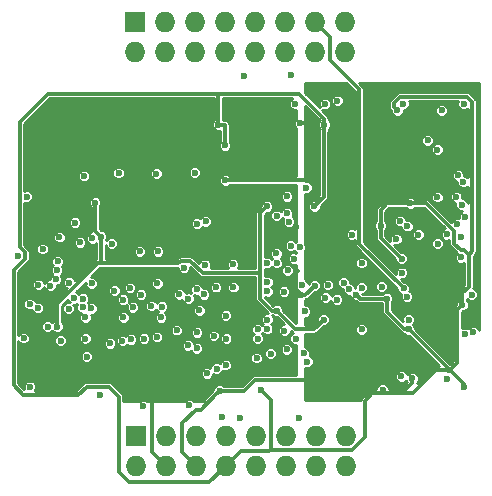
<source format=gbr>
G04 #@! TF.FileFunction,Copper,L3,Inr,Signal*
%FSLAX46Y46*%
G04 Gerber Fmt 4.6, Leading zero omitted, Abs format (unit mm)*
G04 Created by KiCad (PCBNEW 4.0.0-rc1-stable) date Sun 22 Nov 2015 09:54:25 PM ICT*
%MOMM*%
G01*
G04 APERTURE LIST*
%ADD10C,0.100000*%
%ADD11R,1.727200X1.727200*%
%ADD12O,1.727200X1.727200*%
%ADD13C,0.600000*%
%ADD14C,0.300000*%
%ADD15C,0.150000*%
%ADD16C,0.254000*%
G04 APERTURE END LIST*
D10*
D11*
X95821500Y-157670000D03*
D12*
X95821500Y-160210000D03*
X98361500Y-157670000D03*
X98361500Y-160210000D03*
X100901500Y-157670000D03*
X100901500Y-160210000D03*
X103441500Y-157670000D03*
X103441500Y-160210000D03*
X105981500Y-157670000D03*
X105981500Y-160210000D03*
X108521500Y-157670000D03*
X108521500Y-160210000D03*
X111061500Y-157670000D03*
X111061500Y-160210000D03*
X113601500Y-157670000D03*
X113601500Y-160210000D03*
D11*
X95758000Y-122618000D03*
D12*
X95758000Y-125158000D03*
X98298000Y-122618000D03*
X98298000Y-125158000D03*
X100838000Y-122618000D03*
X100838000Y-125158000D03*
X103378000Y-122618000D03*
X103378000Y-125158000D03*
X105918000Y-122618000D03*
X105918000Y-125158000D03*
X108458000Y-122618000D03*
X108458000Y-125158000D03*
X110998000Y-122618000D03*
X110998000Y-125158000D03*
X113538000Y-122618000D03*
X113538000Y-125158000D03*
D13*
X106066000Y-151089000D03*
X96258100Y-145738000D03*
X108392000Y-148783000D03*
X100999000Y-150260000D03*
X111875175Y-145968013D03*
X104070000Y-145087000D03*
X101854000Y-152394000D03*
X95423400Y-149509000D03*
X102608000Y-145087000D03*
X107239000Y-150725000D03*
X110048526Y-150687849D03*
X94000500Y-145378000D03*
X94767400Y-147637500D03*
X102677000Y-151989000D03*
X87541100Y-146850100D03*
X101602000Y-145687000D03*
X89077800Y-144411700D03*
X109696000Y-141708000D03*
X106946700Y-147853400D03*
X103454000Y-147489000D03*
X106944000Y-148638000D03*
X100249000Y-150014000D03*
X90129360Y-146921220D03*
X90678500Y-139615000D03*
X89154000Y-143637000D03*
X108797000Y-139580000D03*
X107721400Y-142227300D03*
X88589569Y-144956574D03*
X108954000Y-141591000D03*
X107746800Y-143052800D03*
X91361700Y-146059000D03*
X90632280Y-146029680D03*
X106949000Y-143050000D03*
X108686167Y-143663185D03*
X90170000Y-144704000D03*
X86850400Y-146519000D03*
X106959000Y-145454000D03*
X96172020Y-142062200D03*
X97706180Y-142067280D03*
X112857280Y-146159220D03*
X114942620Y-143047720D03*
X110147100Y-147129500D03*
X118935500Y-147840700D03*
X117868700Y-141008100D03*
X108369100Y-145465800D03*
X114134980Y-140640000D03*
X93791480Y-141408000D03*
X87947696Y-141858000D03*
X89455898Y-149617794D03*
X108630394Y-137385753D03*
X104648000Y-156159200D03*
X103124000Y-156057600D03*
X85859020Y-142418000D03*
X86601320Y-137439000D03*
X86868000Y-153529980D03*
X92798900Y-154191020D03*
X116631486Y-145044030D03*
X109601000Y-156159200D03*
X111846980Y-129585000D03*
X118318000Y-152649000D03*
X99300900Y-148729000D03*
X108991000Y-127140000D03*
X104966000Y-127178000D03*
X112897000Y-129317000D03*
X109313000Y-129577000D03*
X123584000Y-129565000D03*
X124270000Y-145720000D03*
X124396000Y-148895000D03*
X122149000Y-152883000D03*
X100368000Y-155080000D03*
X96443800Y-155156000D03*
X91681300Y-150978000D03*
X100825000Y-135382000D03*
X97548700Y-135484000D03*
X94361000Y-135420000D03*
X91440000Y-135674000D03*
X108632000Y-138849000D03*
X109220000Y-142672000D03*
X92134900Y-140951000D03*
X89342300Y-140853000D03*
X96520000Y-149454000D03*
X97637900Y-144754000D03*
X94684700Y-149639000D03*
X93634700Y-149833000D03*
X97616800Y-149312000D03*
X91554000Y-149454000D03*
X86334600Y-149403000D03*
X91107260Y-141302740D03*
X109928000Y-144922000D03*
X95580200Y-146799300D03*
X108615000Y-150346000D03*
X89204800Y-142887700D03*
X101002000Y-139704000D03*
X87559547Y-144895117D03*
X101732000Y-139530000D03*
X107746800Y-139052300D03*
X88365100Y-148436000D03*
X91564460Y-147642580D03*
X104058000Y-143137000D03*
X106946700Y-144653000D03*
X92103300Y-144758000D03*
X109347000Y-149440900D03*
X95329200Y-145151000D03*
X103454000Y-151689000D03*
X94741700Y-146159000D03*
X106146600Y-149453600D03*
X100972000Y-145280000D03*
X103475000Y-149439000D03*
X100266000Y-146059000D03*
X98036380Y-146733260D03*
X106146600Y-148640800D03*
X99519300Y-145703000D03*
X101194000Y-147049000D03*
X97955100Y-147637500D03*
X101014000Y-148909000D03*
X97132140Y-146679920D03*
X102437000Y-149216000D03*
X92054300Y-146886000D03*
X99906700Y-143455000D03*
X91325700Y-146784060D03*
X101690000Y-143201000D03*
X121733980Y-130118000D03*
X121348500Y-133451600D03*
X123113800Y-135610600D03*
X123557000Y-136188000D03*
X118485000Y-129559000D03*
X120535700Y-132651500D03*
X121361200Y-137464800D03*
X122947000Y-137447000D03*
X123413000Y-138105000D03*
X123705980Y-139127000D03*
X122174000Y-140627100D03*
X121373900Y-141414500D03*
X123352020Y-140864000D03*
X123366000Y-142567020D03*
X123662000Y-149045000D03*
X111744760Y-147845780D03*
X107784900Y-147091400D03*
X106934000Y-138239500D03*
X89166700Y-148437600D03*
X92379800Y-137935000D03*
X92875000Y-140815000D03*
X90629740Y-141848840D03*
X109402880Y-139992100D03*
X109280960Y-137883900D03*
X108948220Y-136745980D03*
X96918780Y-142085060D03*
X93154500Y-143637000D03*
X110977010Y-144957800D03*
X109838077Y-145750045D03*
X94841520Y-141619020D03*
X86917674Y-141713726D03*
X87087161Y-149471627D03*
X108915200Y-145008602D03*
X88991180Y-141634000D03*
X101867000Y-153149000D03*
X97320100Y-152819000D03*
X92748100Y-152641000D03*
X86893400Y-150254000D03*
X101790000Y-137782000D03*
X98336100Y-137846000D03*
X95186500Y-137808000D03*
X90106500Y-135636000D03*
X86639400Y-140526000D03*
X88696800Y-149377000D03*
X93072700Y-146455000D03*
X90728800Y-149352000D03*
X95305300Y-150405000D03*
X97024700Y-150310000D03*
X92612000Y-149414000D03*
X98892100Y-147653000D03*
X109425778Y-143687482D03*
X102920800Y-153847800D03*
X123431020Y-143421000D03*
X118847000Y-152118000D03*
X109728000Y-131204000D03*
X103391000Y-136042000D03*
X117335000Y-139040000D03*
X111747000Y-139827000D03*
X113433860Y-144716500D03*
X114939600Y-145124300D03*
X118948200Y-148653500D03*
X114478957Y-145728307D03*
X106400600Y-153771600D03*
X111780081Y-131318000D03*
X117094000Y-146050000D03*
X119078446Y-137995554D03*
X118332020Y-142690042D03*
X116713000Y-153772000D03*
X119232000Y-152801000D03*
X123596000Y-153518000D03*
X117960000Y-130108000D03*
X102819000Y-131331000D03*
X123482000Y-146596000D03*
X122415000Y-152121000D03*
X103378000Y-133083000D03*
X116548000Y-139890000D03*
X110947000Y-138240000D03*
X119748300Y-140639800D03*
X113886278Y-145285194D03*
X118805864Y-139923986D03*
X114940080Y-148645880D03*
X118191830Y-139493312D03*
X110273000Y-136654300D03*
X118370000Y-143878000D03*
X118783100Y-145910300D03*
X118491809Y-145194000D03*
X123044000Y-139774000D03*
X110337600Y-151409400D03*
X112090196Y-144907000D03*
D14*
X111744760Y-147845780D02*
X110949540Y-148641000D01*
X110949540Y-148641000D02*
X109334500Y-148641000D01*
X109334500Y-148641000D02*
X107784900Y-147091400D01*
X107341400Y-147091400D02*
X106346000Y-146096000D01*
X107784900Y-147091400D02*
X107341400Y-147091400D01*
X106346000Y-146096000D02*
X106346000Y-143880000D01*
X106934000Y-138239500D02*
X106346000Y-138827500D01*
X106346000Y-138827500D02*
X106346000Y-143880000D01*
X92655200Y-143066000D02*
X92875000Y-143066000D01*
X89166700Y-146554500D02*
X92655200Y-143066000D01*
X89166700Y-148437600D02*
X89166700Y-146554500D01*
X101481000Y-143880000D02*
X106346000Y-143880000D01*
X100456000Y-142855000D02*
X101481000Y-143880000D01*
X99618700Y-142855000D02*
X100456000Y-142855000D01*
X99407400Y-143066000D02*
X99618700Y-142855000D01*
X92875000Y-143066000D02*
X99407400Y-143066000D01*
X92379800Y-140320000D02*
X92875000Y-140815000D01*
X92379800Y-137935000D02*
X92379800Y-140320000D01*
X92875000Y-140815000D02*
X92875000Y-143066000D01*
D15*
X109425778Y-143586238D02*
X109123480Y-143283940D01*
X109425778Y-143687482D02*
X109425778Y-143586238D01*
X109402880Y-139992100D02*
X109250480Y-139992100D01*
X109280960Y-137883900D02*
X109047280Y-137883900D01*
D14*
X109838077Y-145750045D02*
X110184765Y-145750045D01*
X110184765Y-145750045D02*
X110977010Y-144957800D01*
X109838077Y-145750045D02*
X109096634Y-145008602D01*
X109096634Y-145008602D02*
X108915200Y-145008602D01*
X109215199Y-144708603D02*
X108915200Y-145008602D01*
X109425778Y-144498024D02*
X109215199Y-144708603D01*
X97197900Y-159046000D02*
X97197900Y-154491000D01*
X98361500Y-160210000D02*
X97197900Y-159046000D01*
X109425778Y-143687482D02*
X109425778Y-144498024D01*
X109530198Y-143687482D02*
X109425778Y-143687482D01*
X105943400Y-152908000D02*
X110515400Y-152908000D01*
X105003600Y-153847800D02*
X105943400Y-152908000D01*
X102920800Y-153847800D02*
X105003600Y-153847800D01*
X100914000Y-155448000D02*
X101320600Y-155448000D01*
X101320600Y-155448000D02*
X102620801Y-154147799D01*
X102920800Y-153847800D02*
X102620801Y-154147799D01*
X100038000Y-159346000D02*
X100902000Y-160210000D01*
X99737900Y-159046000D02*
X100038000Y-159346000D01*
X99737900Y-156624000D02*
X99737900Y-159046000D01*
X100914000Y-155448000D02*
X99737900Y-156624000D01*
X109728000Y-131204000D02*
X110300000Y-131204000D01*
X103391000Y-136042000D02*
X110261000Y-136042000D01*
X118948200Y-148653500D02*
X118536236Y-148653500D01*
X118536236Y-148653500D02*
X117094000Y-147211264D01*
X117094000Y-147211264D02*
X117094000Y-146474264D01*
X117094000Y-146474264D02*
X117094000Y-146050000D01*
X118948200Y-148653500D02*
X118948200Y-148654200D01*
X118948200Y-148654200D02*
X122415000Y-152121000D01*
X114778956Y-146028306D02*
X114478957Y-145728307D01*
X117094000Y-146050000D02*
X114800650Y-146050000D01*
X114800650Y-146050000D02*
X114778956Y-146028306D01*
X106400600Y-153771600D02*
X107238800Y-154609800D01*
X107238800Y-154609800D02*
X107238800Y-158829847D01*
X107238800Y-158829847D02*
X107234647Y-158834000D01*
X107234647Y-158834000D02*
X107303047Y-158902400D01*
X107303047Y-158902400D02*
X114091600Y-158902400D01*
X114091600Y-158902400D02*
X115239800Y-157754200D01*
X115239800Y-157754200D02*
X115239800Y-154686000D01*
X115239800Y-154686000D02*
X115858800Y-154067000D01*
X115858800Y-154067000D02*
X116703000Y-154067000D01*
X107234647Y-158834000D02*
X107140847Y-158927800D01*
X107140847Y-158927800D02*
X104723700Y-158927800D01*
X104723700Y-158927800D02*
X103441500Y-160210000D01*
X111780081Y-131318000D02*
X111780081Y-131833035D01*
X111780081Y-131833035D02*
X111734600Y-131878516D01*
X110947000Y-138240000D02*
X111734600Y-137452400D01*
X111734600Y-137452400D02*
X111734600Y-131878516D01*
X102031800Y-161620200D02*
X102031800Y-161619700D01*
X102031800Y-161619700D02*
X103441500Y-160210000D01*
X104724000Y-128702000D02*
X102779608Y-128702000D01*
X102779608Y-128702000D02*
X88392000Y-128702000D01*
X102819000Y-131331000D02*
X102819000Y-128741392D01*
X102819000Y-128741392D02*
X102779608Y-128702000D01*
X88392000Y-128702000D02*
X86001300Y-131093000D01*
X86001300Y-131093000D02*
X86001300Y-141687078D01*
X86449021Y-142134799D02*
X86449021Y-142682979D01*
X86001300Y-141687078D02*
X86449021Y-142134799D01*
X86449021Y-142682979D02*
X85471000Y-143661000D01*
X85471000Y-153390600D02*
X86309200Y-154228800D01*
X85471000Y-143661000D02*
X85471000Y-153390600D01*
X93548200Y-153517600D02*
X94386400Y-154355800D01*
X91668600Y-153517600D02*
X93548200Y-153517600D01*
X90957400Y-154228800D02*
X91668600Y-153517600D01*
X86309200Y-154228800D02*
X90957400Y-154228800D01*
X94386400Y-154355800D02*
X94386400Y-160756600D01*
X95250000Y-161620200D02*
X102031800Y-161620200D01*
X94386400Y-160756600D02*
X95250000Y-161620200D01*
X111780081Y-130893736D02*
X111780081Y-131318000D01*
X111780081Y-130810018D02*
X111780081Y-130893736D01*
X111780099Y-130810000D02*
X111780081Y-130810018D01*
X104724000Y-128702000D02*
X109672099Y-128702000D01*
X109672099Y-128702000D02*
X111780099Y-130810000D01*
X124031021Y-145069979D02*
X123482000Y-145619000D01*
X116548000Y-139890000D02*
X116548000Y-138544000D01*
X124031021Y-142344021D02*
X124031021Y-145069979D01*
X123321000Y-141967000D02*
X122752000Y-141398000D01*
X123654000Y-141967000D02*
X123321000Y-141967000D01*
X122752000Y-141398000D02*
X122752000Y-140331000D01*
X122752000Y-140331000D02*
X120416554Y-137995554D01*
X120416554Y-137995554D02*
X119502710Y-137995554D01*
X119502710Y-137995554D02*
X119078446Y-137995554D01*
X116548000Y-138544000D02*
X117096446Y-137995554D01*
X117096446Y-137995554D02*
X118654182Y-137995554D01*
X123482000Y-146171736D02*
X123482000Y-146596000D01*
X123482000Y-145619000D02*
X123482000Y-146171736D01*
X124031000Y-142344000D02*
X124031021Y-142344021D01*
X116548000Y-140906022D02*
X118032021Y-142390043D01*
X116548000Y-139890000D02*
X116548000Y-140906022D01*
X124031000Y-142344000D02*
X123654000Y-141967000D01*
X118654182Y-137995554D02*
X119078446Y-137995554D01*
X118032021Y-142390043D02*
X118332020Y-142690042D01*
X116713000Y-154057000D02*
X116703000Y-154067000D01*
X116713000Y-153772000D02*
X116713000Y-154057000D01*
X123182000Y-146896000D02*
X123482000Y-146596000D01*
X123062000Y-147017000D02*
X123182000Y-146896000D01*
X123062000Y-151474000D02*
X123062000Y-147017000D01*
X122415000Y-152121000D02*
X123062000Y-151474000D01*
X124306000Y-142069000D02*
X124031000Y-142344000D01*
X124306000Y-129400000D02*
X124306000Y-142069000D01*
X123866000Y-128959000D02*
X124306000Y-129400000D01*
X118197000Y-128959000D02*
X123866000Y-128959000D01*
X117660000Y-129496000D02*
X118197000Y-128959000D01*
X117660000Y-129808000D02*
X117660000Y-129496000D01*
X117960000Y-130108000D02*
X117660000Y-129808000D01*
X103365000Y-131331000D02*
X102819000Y-131331000D01*
X103378000Y-131343000D02*
X103365000Y-131331000D01*
X103378000Y-133083000D02*
X103378000Y-131343000D01*
X123596000Y-153302000D02*
X123596000Y-153518000D01*
X122415000Y-152121000D02*
X123596000Y-153302000D01*
X119232000Y-153225000D02*
X118390000Y-154067000D01*
X119232000Y-152801000D02*
X119232000Y-153225000D01*
X118390000Y-154067000D02*
X118187000Y-154067000D01*
X119324000Y-154067000D02*
X118390000Y-154067000D01*
X121270000Y-152121000D02*
X119324000Y-154067000D01*
X122415000Y-152121000D02*
X121270000Y-152121000D01*
X118390000Y-154067000D02*
X118187000Y-154067000D01*
X118187000Y-154067000D02*
X116703000Y-154067000D01*
X110998000Y-122618000D02*
X112268000Y-123888000D01*
X112268000Y-123888000D02*
X112268000Y-125857000D01*
X112268000Y-125857000D02*
X114735000Y-128324000D01*
X114735000Y-128324000D02*
X114735000Y-141437000D01*
X114735000Y-141437000D02*
X118492000Y-145194000D01*
X118492000Y-145194000D02*
X118491809Y-145194000D01*
D16*
G36*
X102432000Y-130958555D02*
X102364019Y-131026417D01*
X102282094Y-131223716D01*
X102281907Y-131437347D01*
X102363488Y-131634788D01*
X102514417Y-131785981D01*
X102711716Y-131867906D01*
X102925347Y-131868093D01*
X102991000Y-131840966D01*
X102991000Y-132710555D01*
X102923019Y-132778417D01*
X102841094Y-132975716D01*
X102840907Y-133189347D01*
X102922488Y-133386788D01*
X103073417Y-133537981D01*
X103270716Y-133619906D01*
X103484347Y-133620093D01*
X103681788Y-133538512D01*
X103832981Y-133387583D01*
X103914906Y-133190284D01*
X103915093Y-132976653D01*
X103833512Y-132779212D01*
X103765000Y-132710580D01*
X103765000Y-131343000D01*
X103763467Y-131335292D01*
X103764690Y-131327533D01*
X103748792Y-131261520D01*
X103735541Y-131194902D01*
X103731176Y-131188369D01*
X103729336Y-131180730D01*
X103689374Y-131125808D01*
X103651650Y-131069350D01*
X103645119Y-131064986D01*
X103640495Y-131058631D01*
X103627494Y-131046631D01*
X103569562Y-131011187D01*
X103513098Y-130973459D01*
X103505391Y-130971926D01*
X103498690Y-130967826D01*
X103431622Y-130957252D01*
X103365000Y-130944000D01*
X103206000Y-130944000D01*
X103206000Y-129089000D01*
X109087839Y-129089000D01*
X109009212Y-129121488D01*
X108858019Y-129272417D01*
X108776094Y-129469716D01*
X108775907Y-129683347D01*
X108857488Y-129880788D01*
X109008417Y-130031981D01*
X109205716Y-130113906D01*
X109397800Y-130114074D01*
X109397800Y-130774854D01*
X109273019Y-130899417D01*
X109191094Y-131096716D01*
X109190907Y-131310347D01*
X109272488Y-131507788D01*
X109397800Y-131633319D01*
X109397800Y-135655000D01*
X103763445Y-135655000D01*
X103695583Y-135587019D01*
X103498284Y-135505094D01*
X103284653Y-135504907D01*
X103087212Y-135586488D01*
X102936019Y-135737417D01*
X102854094Y-135934716D01*
X102853907Y-136148347D01*
X102935488Y-136345788D01*
X103086417Y-136496981D01*
X103283716Y-136578906D01*
X103497347Y-136579093D01*
X103694788Y-136497512D01*
X103763420Y-136429000D01*
X109397800Y-136429000D01*
X109397800Y-141250179D01*
X109392212Y-141252488D01*
X109383515Y-141261170D01*
X109258583Y-141136019D01*
X109061284Y-141054094D01*
X108847653Y-141053907D01*
X108650212Y-141135488D01*
X108499019Y-141286417D01*
X108417094Y-141483716D01*
X108416907Y-141697347D01*
X108498488Y-141894788D01*
X108649417Y-142045981D01*
X108846716Y-142127906D01*
X109060347Y-142128093D01*
X109257788Y-142046512D01*
X109266485Y-142037830D01*
X109389274Y-142160834D01*
X109327284Y-142135094D01*
X109113653Y-142134907D01*
X108916212Y-142216488D01*
X108765019Y-142367417D01*
X108683094Y-142564716D01*
X108682907Y-142778347D01*
X108764488Y-142975788D01*
X108915417Y-143126981D01*
X109112716Y-143208906D01*
X109326347Y-143209093D01*
X109397800Y-143179569D01*
X109397800Y-144798566D01*
X109391094Y-144814716D01*
X109390907Y-145028347D01*
X109397800Y-145045029D01*
X109397800Y-148156999D01*
X108321909Y-147081109D01*
X108321993Y-146985053D01*
X108240412Y-146787612D01*
X108089483Y-146636419D01*
X107892184Y-146554494D01*
X107678553Y-146554307D01*
X107481112Y-146635888D01*
X107457129Y-146659829D01*
X106743109Y-145945809D01*
X106851716Y-145990906D01*
X107065347Y-145991093D01*
X107262788Y-145909512D01*
X107413981Y-145758583D01*
X107491395Y-145572147D01*
X107832007Y-145572147D01*
X107913588Y-145769588D01*
X108064517Y-145920781D01*
X108261816Y-146002706D01*
X108475447Y-146002893D01*
X108672888Y-145921312D01*
X108824081Y-145770383D01*
X108906006Y-145573084D01*
X108906193Y-145359453D01*
X108824612Y-145162012D01*
X108673683Y-145010819D01*
X108476384Y-144928894D01*
X108262753Y-144928707D01*
X108065312Y-145010288D01*
X107914119Y-145161217D01*
X107832194Y-145358516D01*
X107832007Y-145572147D01*
X107491395Y-145572147D01*
X107495906Y-145561284D01*
X107496093Y-145347653D01*
X107414512Y-145150212D01*
X107311793Y-145047314D01*
X107401681Y-144957583D01*
X107483606Y-144760284D01*
X107483793Y-144546653D01*
X107402212Y-144349212D01*
X107251283Y-144198019D01*
X107053984Y-144116094D01*
X106840353Y-144115907D01*
X106733000Y-144160264D01*
X106733000Y-143769532D01*
X108149074Y-143769532D01*
X108230655Y-143966973D01*
X108381584Y-144118166D01*
X108578883Y-144200091D01*
X108792514Y-144200278D01*
X108989955Y-144118697D01*
X109141148Y-143967768D01*
X109223073Y-143770469D01*
X109223260Y-143556838D01*
X109141679Y-143359397D01*
X108990750Y-143208204D01*
X108793451Y-143126279D01*
X108579820Y-143126092D01*
X108382379Y-143207673D01*
X108231186Y-143358602D01*
X108149261Y-143555901D01*
X108149074Y-143769532D01*
X106733000Y-143769532D01*
X106733000Y-143541764D01*
X106841716Y-143586906D01*
X107055347Y-143587093D01*
X107252788Y-143505512D01*
X107346534Y-143411930D01*
X107442217Y-143507781D01*
X107639516Y-143589706D01*
X107853147Y-143589893D01*
X108050588Y-143508312D01*
X108201781Y-143357383D01*
X108283706Y-143160084D01*
X108283893Y-142946453D01*
X108202312Y-142749012D01*
X108080805Y-142627292D01*
X108176381Y-142531883D01*
X108258306Y-142334584D01*
X108258493Y-142120953D01*
X108176912Y-141923512D01*
X108025983Y-141772319D01*
X107828684Y-141690394D01*
X107615053Y-141690207D01*
X107417612Y-141771788D01*
X107266419Y-141922717D01*
X107184494Y-142120016D01*
X107184307Y-142333647D01*
X107265888Y-142531088D01*
X107387395Y-142652808D01*
X107349266Y-142690870D01*
X107253583Y-142595019D01*
X107056284Y-142513094D01*
X106842653Y-142512907D01*
X106733000Y-142558215D01*
X106733000Y-139158647D01*
X107209707Y-139158647D01*
X107291288Y-139356088D01*
X107442217Y-139507281D01*
X107639516Y-139589206D01*
X107853147Y-139589393D01*
X108050588Y-139507812D01*
X108201781Y-139356883D01*
X108254202Y-139230638D01*
X108327417Y-139303981D01*
X108329755Y-139304952D01*
X108260094Y-139472716D01*
X108259907Y-139686347D01*
X108341488Y-139883788D01*
X108492417Y-140034981D01*
X108689716Y-140116906D01*
X108903347Y-140117093D01*
X109100788Y-140035512D01*
X109251981Y-139884583D01*
X109333906Y-139687284D01*
X109334093Y-139473653D01*
X109252512Y-139276212D01*
X109101583Y-139125019D01*
X109099245Y-139124048D01*
X109168906Y-138956284D01*
X109169093Y-138742653D01*
X109087512Y-138545212D01*
X108936583Y-138394019D01*
X108739284Y-138312094D01*
X108525653Y-138311907D01*
X108328212Y-138393488D01*
X108177019Y-138544417D01*
X108124598Y-138670662D01*
X108051383Y-138597319D01*
X107854084Y-138515394D01*
X107640453Y-138515207D01*
X107443012Y-138596788D01*
X107291819Y-138747717D01*
X107209894Y-138945016D01*
X107209707Y-139158647D01*
X106733000Y-139158647D01*
X106733000Y-138987800D01*
X106944292Y-138776509D01*
X107040347Y-138776593D01*
X107237788Y-138695012D01*
X107388981Y-138544083D01*
X107470906Y-138346784D01*
X107471093Y-138133153D01*
X107389512Y-137935712D01*
X107238583Y-137784519D01*
X107041284Y-137702594D01*
X106827653Y-137702407D01*
X106630212Y-137783988D01*
X106479019Y-137934917D01*
X106397094Y-138132216D01*
X106397009Y-138229190D01*
X106072350Y-138553850D01*
X105988459Y-138679401D01*
X105985354Y-138695012D01*
X105959000Y-138827500D01*
X105959000Y-143493000D01*
X104461474Y-143493000D01*
X104512981Y-143441583D01*
X104594906Y-143244284D01*
X104595093Y-143030653D01*
X104513512Y-142833212D01*
X104362583Y-142682019D01*
X104165284Y-142600094D01*
X103951653Y-142599907D01*
X103754212Y-142681488D01*
X103603019Y-142832417D01*
X103521094Y-143029716D01*
X103520907Y-143243347D01*
X103602488Y-143440788D01*
X103654609Y-143493000D01*
X102150206Y-143493000D01*
X102226906Y-143308284D01*
X102227093Y-143094653D01*
X102145512Y-142897212D01*
X101994583Y-142746019D01*
X101797284Y-142664094D01*
X101583653Y-142663907D01*
X101386212Y-142745488D01*
X101235019Y-142896417D01*
X101179184Y-143030884D01*
X100729650Y-142581350D01*
X100604099Y-142497459D01*
X100456000Y-142468000D01*
X99618700Y-142468000D01*
X99544226Y-142482814D01*
X99470855Y-142497354D01*
X99470738Y-142497432D01*
X99470602Y-142497459D01*
X99408208Y-142539149D01*
X99345244Y-142581156D01*
X99247260Y-142679000D01*
X93262000Y-142679000D01*
X93262000Y-142168547D01*
X95634927Y-142168547D01*
X95716508Y-142365988D01*
X95867437Y-142517181D01*
X96064736Y-142599106D01*
X96278367Y-142599293D01*
X96475808Y-142517712D01*
X96627001Y-142366783D01*
X96707205Y-142173627D01*
X97169087Y-142173627D01*
X97250668Y-142371068D01*
X97401597Y-142522261D01*
X97598896Y-142604186D01*
X97812527Y-142604373D01*
X98009968Y-142522792D01*
X98161161Y-142371863D01*
X98243086Y-142174564D01*
X98243273Y-141960933D01*
X98161692Y-141763492D01*
X98010763Y-141612299D01*
X97813464Y-141530374D01*
X97599833Y-141530187D01*
X97402392Y-141611768D01*
X97251199Y-141762697D01*
X97169274Y-141959996D01*
X97169087Y-142173627D01*
X96707205Y-142173627D01*
X96708926Y-142169484D01*
X96709113Y-141955853D01*
X96627532Y-141758412D01*
X96476603Y-141607219D01*
X96279304Y-141525294D01*
X96065673Y-141525107D01*
X95868232Y-141606688D01*
X95717039Y-141757617D01*
X95635114Y-141954916D01*
X95634927Y-142168547D01*
X93262000Y-142168547D01*
X93262000Y-141532772D01*
X93335968Y-141711788D01*
X93486897Y-141862981D01*
X93684196Y-141944906D01*
X93897827Y-141945093D01*
X94095268Y-141863512D01*
X94246461Y-141712583D01*
X94328386Y-141515284D01*
X94328573Y-141301653D01*
X94246992Y-141104212D01*
X94096063Y-140953019D01*
X93898764Y-140871094D01*
X93685133Y-140870907D01*
X93487692Y-140952488D01*
X93336831Y-141103085D01*
X93411906Y-140922284D01*
X93412093Y-140708653D01*
X93330512Y-140511212D01*
X93179583Y-140360019D01*
X92982284Y-140278094D01*
X92885204Y-140278009D01*
X92766800Y-140159653D01*
X92766800Y-139810347D01*
X100464907Y-139810347D01*
X100546488Y-140007788D01*
X100697417Y-140158981D01*
X100894716Y-140240906D01*
X101108347Y-140241093D01*
X101305788Y-140159512D01*
X101456981Y-140008583D01*
X101460992Y-139998923D01*
X101624716Y-140066906D01*
X101838347Y-140067093D01*
X102035788Y-139985512D01*
X102186981Y-139834583D01*
X102268906Y-139637284D01*
X102269093Y-139423653D01*
X102187512Y-139226212D01*
X102036583Y-139075019D01*
X101839284Y-138993094D01*
X101625653Y-138992907D01*
X101428212Y-139074488D01*
X101277019Y-139225417D01*
X101273008Y-139235077D01*
X101109284Y-139167094D01*
X100895653Y-139166907D01*
X100698212Y-139248488D01*
X100547019Y-139399417D01*
X100465094Y-139596716D01*
X100464907Y-139810347D01*
X92766800Y-139810347D01*
X92766800Y-138307445D01*
X92834781Y-138239583D01*
X92916706Y-138042284D01*
X92916893Y-137828653D01*
X92835312Y-137631212D01*
X92696443Y-137492100D01*
X108093301Y-137492100D01*
X108174882Y-137689541D01*
X108325811Y-137840734D01*
X108523110Y-137922659D01*
X108736741Y-137922846D01*
X108934182Y-137841265D01*
X109085375Y-137690336D01*
X109167300Y-137493037D01*
X109167487Y-137279406D01*
X109085906Y-137081965D01*
X108934977Y-136930772D01*
X108737678Y-136848847D01*
X108524047Y-136848660D01*
X108326606Y-136930241D01*
X108175413Y-137081170D01*
X108093488Y-137278469D01*
X108093301Y-137492100D01*
X92696443Y-137492100D01*
X92684383Y-137480019D01*
X92487084Y-137398094D01*
X92273453Y-137397907D01*
X92076012Y-137479488D01*
X91924819Y-137630417D01*
X91842894Y-137827716D01*
X91842707Y-138041347D01*
X91924288Y-138238788D01*
X91992800Y-138307420D01*
X91992800Y-140320000D01*
X91992808Y-140320039D01*
X91992800Y-140320078D01*
X92007562Y-140394211D01*
X92012776Y-140420426D01*
X91831112Y-140495488D01*
X91679919Y-140646417D01*
X91597994Y-140843716D01*
X91597807Y-141057347D01*
X91679388Y-141254788D01*
X91830317Y-141405981D01*
X92027616Y-141487906D01*
X92241247Y-141488093D01*
X92438688Y-141406512D01*
X92488000Y-141357286D01*
X92488000Y-142721222D01*
X92381550Y-142792350D01*
X90668836Y-144505064D01*
X90625512Y-144400212D01*
X90474583Y-144249019D01*
X90277284Y-144167094D01*
X90063653Y-144166907D01*
X89866212Y-144248488D01*
X89715019Y-144399417D01*
X89633094Y-144596716D01*
X89632907Y-144810347D01*
X89714488Y-145007788D01*
X89865417Y-145158981D01*
X89971055Y-145202845D01*
X88893050Y-146280850D01*
X88809159Y-146406401D01*
X88804728Y-146428677D01*
X88779700Y-146554500D01*
X88779700Y-148065155D01*
X88766663Y-148078169D01*
X88669683Y-147981019D01*
X88472384Y-147899094D01*
X88258753Y-147898907D01*
X88061312Y-147980488D01*
X87910119Y-148131417D01*
X87828194Y-148328716D01*
X87828007Y-148542347D01*
X87909588Y-148739788D01*
X88060517Y-148890981D01*
X88257816Y-148972906D01*
X88471447Y-148973093D01*
X88668888Y-148891512D01*
X88765137Y-148795431D01*
X88862117Y-148892581D01*
X89059416Y-148974506D01*
X89273047Y-148974693D01*
X89470488Y-148893112D01*
X89621681Y-148742183D01*
X89703606Y-148544884D01*
X89703793Y-148331253D01*
X89622212Y-148133812D01*
X89553700Y-148065180D01*
X89553700Y-146714800D01*
X90106089Y-146162411D01*
X90176768Y-146333468D01*
X90227517Y-146384306D01*
X90023013Y-146384127D01*
X89825572Y-146465708D01*
X89674379Y-146616637D01*
X89592454Y-146813936D01*
X89592267Y-147027567D01*
X89673848Y-147225008D01*
X89824777Y-147376201D01*
X90022076Y-147458126D01*
X90235707Y-147458313D01*
X90433148Y-147376732D01*
X90584341Y-147225803D01*
X90666266Y-147028504D01*
X90666453Y-146814873D01*
X90584872Y-146617432D01*
X90534123Y-146566594D01*
X90738627Y-146566773D01*
X90854320Y-146518969D01*
X90788794Y-146676776D01*
X90788607Y-146890407D01*
X90870188Y-147087848D01*
X91021117Y-147239041D01*
X91153530Y-147294023D01*
X91109479Y-147337997D01*
X91027554Y-147535296D01*
X91027367Y-147748927D01*
X91108948Y-147946368D01*
X91259877Y-148097561D01*
X91457176Y-148179486D01*
X91670807Y-148179673D01*
X91868248Y-148098092D01*
X92019441Y-147947163D01*
X92101366Y-147749864D01*
X92101371Y-147743847D01*
X94230307Y-147743847D01*
X94311888Y-147941288D01*
X94462817Y-148092481D01*
X94660116Y-148174406D01*
X94873747Y-148174593D01*
X95071188Y-148093012D01*
X95222381Y-147942083D01*
X95304306Y-147744784D01*
X95304493Y-147531153D01*
X95222912Y-147333712D01*
X95071983Y-147182519D01*
X94874684Y-147100594D01*
X94661053Y-147100407D01*
X94463612Y-147181988D01*
X94312419Y-147332917D01*
X94230494Y-147530216D01*
X94230307Y-147743847D01*
X92101371Y-147743847D01*
X92101553Y-147536233D01*
X92054766Y-147423000D01*
X92160647Y-147423093D01*
X92358088Y-147341512D01*
X92509281Y-147190583D01*
X92591206Y-146993284D01*
X92591393Y-146779653D01*
X92509812Y-146582212D01*
X92358883Y-146431019D01*
X92161584Y-146349094D01*
X91947953Y-146348907D01*
X91750512Y-146430488D01*
X91740997Y-146439987D01*
X91740571Y-146439560D01*
X91816681Y-146363583D01*
X91857471Y-146265347D01*
X94204607Y-146265347D01*
X94286188Y-146462788D01*
X94437117Y-146613981D01*
X94634416Y-146695906D01*
X94848047Y-146696093D01*
X95045488Y-146614512D01*
X95096707Y-146563383D01*
X95043294Y-146692016D01*
X95043107Y-146905647D01*
X95124688Y-147103088D01*
X95275617Y-147254281D01*
X95472916Y-147336206D01*
X95686547Y-147336393D01*
X95883988Y-147254812D01*
X96035181Y-147103883D01*
X96117106Y-146906584D01*
X96117211Y-146786267D01*
X96595047Y-146786267D01*
X96676628Y-146983708D01*
X96827557Y-147134901D01*
X97024856Y-147216826D01*
X97238487Y-147217013D01*
X97435928Y-147135432D01*
X97567323Y-147004266D01*
X97580868Y-147037048D01*
X97703874Y-147160270D01*
X97651312Y-147181988D01*
X97500119Y-147332917D01*
X97418194Y-147530216D01*
X97418007Y-147743847D01*
X97499588Y-147941288D01*
X97650517Y-148092481D01*
X97847816Y-148174406D01*
X98061447Y-148174593D01*
X98258888Y-148093012D01*
X98410081Y-147942083D01*
X98492006Y-147744784D01*
X98492136Y-147595347D01*
X102916907Y-147595347D01*
X102998488Y-147792788D01*
X103149417Y-147943981D01*
X103346716Y-148025906D01*
X103560347Y-148026093D01*
X103757788Y-147944512D01*
X103908981Y-147793583D01*
X103990906Y-147596284D01*
X103991093Y-147382653D01*
X103909512Y-147185212D01*
X103758583Y-147034019D01*
X103561284Y-146952094D01*
X103347653Y-146951907D01*
X103150212Y-147033488D01*
X102999019Y-147184417D01*
X102917094Y-147381716D01*
X102916907Y-147595347D01*
X98492136Y-147595347D01*
X98492193Y-147531153D01*
X98410612Y-147333712D01*
X98287606Y-147210490D01*
X98340168Y-147188772D01*
X98373651Y-147155347D01*
X100656907Y-147155347D01*
X100738488Y-147352788D01*
X100889417Y-147503981D01*
X101086716Y-147585906D01*
X101300347Y-147586093D01*
X101497788Y-147504512D01*
X101648981Y-147353583D01*
X101730906Y-147156284D01*
X101731093Y-146942653D01*
X101649512Y-146745212D01*
X101498583Y-146594019D01*
X101301284Y-146512094D01*
X101087653Y-146511907D01*
X100890212Y-146593488D01*
X100739019Y-146744417D01*
X100657094Y-146941716D01*
X100656907Y-147155347D01*
X98373651Y-147155347D01*
X98491361Y-147037843D01*
X98573286Y-146840544D01*
X98573473Y-146626913D01*
X98491892Y-146429472D01*
X98340963Y-146278279D01*
X98143664Y-146196354D01*
X97930033Y-146196167D01*
X97732592Y-146277748D01*
X97601197Y-146408914D01*
X97587652Y-146376132D01*
X97436723Y-146224939D01*
X97239424Y-146143014D01*
X97025793Y-146142827D01*
X96828352Y-146224408D01*
X96677159Y-146375337D01*
X96595234Y-146572636D01*
X96595047Y-146786267D01*
X96117211Y-146786267D01*
X96117293Y-146692953D01*
X96035712Y-146495512D01*
X95884783Y-146344319D01*
X95687484Y-146262394D01*
X95473853Y-146262207D01*
X95276412Y-146343788D01*
X95225193Y-146394917D01*
X95278606Y-146266284D01*
X95278793Y-146052653D01*
X95197212Y-145855212D01*
X95186366Y-145844347D01*
X95721007Y-145844347D01*
X95802588Y-146041788D01*
X95953517Y-146192981D01*
X96150816Y-146274906D01*
X96364447Y-146275093D01*
X96561888Y-146193512D01*
X96713081Y-146042583D01*
X96795006Y-145845284D01*
X96795037Y-145809347D01*
X98982207Y-145809347D01*
X99063788Y-146006788D01*
X99214717Y-146157981D01*
X99412016Y-146239906D01*
X99625647Y-146240093D01*
X99740229Y-146192749D01*
X99810488Y-146362788D01*
X99961417Y-146513981D01*
X100158716Y-146595906D01*
X100372347Y-146596093D01*
X100569788Y-146514512D01*
X100720981Y-146363583D01*
X100802906Y-146166284D01*
X100803093Y-145952653D01*
X100722625Y-145757905D01*
X100864716Y-145816906D01*
X101074717Y-145817090D01*
X101146488Y-145990788D01*
X101297417Y-146141981D01*
X101494716Y-146223906D01*
X101708347Y-146224093D01*
X101905788Y-146142512D01*
X102056981Y-145991583D01*
X102138906Y-145794284D01*
X102139093Y-145580653D01*
X102057512Y-145383212D01*
X101906583Y-145232019D01*
X101813450Y-145193347D01*
X102070907Y-145193347D01*
X102152488Y-145390788D01*
X102303417Y-145541981D01*
X102500716Y-145623906D01*
X102714347Y-145624093D01*
X102911788Y-145542512D01*
X103062981Y-145391583D01*
X103144906Y-145194284D01*
X103144906Y-145193347D01*
X103532907Y-145193347D01*
X103614488Y-145390788D01*
X103765417Y-145541981D01*
X103962716Y-145623906D01*
X104176347Y-145624093D01*
X104373788Y-145542512D01*
X104524981Y-145391583D01*
X104606906Y-145194284D01*
X104607093Y-144980653D01*
X104525512Y-144783212D01*
X104374583Y-144632019D01*
X104177284Y-144550094D01*
X103963653Y-144549907D01*
X103766212Y-144631488D01*
X103615019Y-144782417D01*
X103533094Y-144979716D01*
X103532907Y-145193347D01*
X103144906Y-145193347D01*
X103145093Y-144980653D01*
X103063512Y-144783212D01*
X102912583Y-144632019D01*
X102715284Y-144550094D01*
X102501653Y-144549907D01*
X102304212Y-144631488D01*
X102153019Y-144782417D01*
X102071094Y-144979716D01*
X102070907Y-145193347D01*
X101813450Y-145193347D01*
X101709284Y-145150094D01*
X101499283Y-145149910D01*
X101427512Y-144976212D01*
X101276583Y-144825019D01*
X101079284Y-144743094D01*
X100865653Y-144742907D01*
X100668212Y-144824488D01*
X100517019Y-144975417D01*
X100435094Y-145172716D01*
X100434907Y-145386347D01*
X100515375Y-145581095D01*
X100373284Y-145522094D01*
X100159653Y-145521907D01*
X100045071Y-145569251D01*
X99974812Y-145399212D01*
X99823883Y-145248019D01*
X99626584Y-145166094D01*
X99412953Y-145165907D01*
X99215512Y-145247488D01*
X99064319Y-145398417D01*
X98982394Y-145595716D01*
X98982207Y-145809347D01*
X96795037Y-145809347D01*
X96795193Y-145631653D01*
X96713612Y-145434212D01*
X96562683Y-145283019D01*
X96365384Y-145201094D01*
X96151753Y-145200907D01*
X95954312Y-145282488D01*
X95803119Y-145433417D01*
X95721194Y-145630716D01*
X95721007Y-145844347D01*
X95186366Y-145844347D01*
X95046283Y-145704019D01*
X94848984Y-145622094D01*
X94635353Y-145621907D01*
X94437912Y-145703488D01*
X94286719Y-145854417D01*
X94204794Y-146051716D01*
X94204607Y-146265347D01*
X91857471Y-146265347D01*
X91898606Y-146166284D01*
X91898793Y-145952653D01*
X91817212Y-145755212D01*
X91666283Y-145604019D01*
X91468984Y-145522094D01*
X91255353Y-145521907D01*
X91057912Y-145603488D01*
X91011676Y-145649643D01*
X90936863Y-145574699D01*
X90765116Y-145503384D01*
X90784153Y-145484347D01*
X93463407Y-145484347D01*
X93544988Y-145681788D01*
X93695917Y-145832981D01*
X93893216Y-145914906D01*
X94106847Y-145915093D01*
X94304288Y-145833512D01*
X94455481Y-145682583D01*
X94537406Y-145485284D01*
X94537593Y-145271653D01*
X94531682Y-145257347D01*
X94792107Y-145257347D01*
X94873688Y-145454788D01*
X95024617Y-145605981D01*
X95221916Y-145687906D01*
X95435547Y-145688093D01*
X95632988Y-145606512D01*
X95784181Y-145455583D01*
X95866106Y-145258284D01*
X95866293Y-145044653D01*
X95790140Y-144860347D01*
X97100807Y-144860347D01*
X97182388Y-145057788D01*
X97333317Y-145208981D01*
X97530616Y-145290906D01*
X97744247Y-145291093D01*
X97941688Y-145209512D01*
X98092881Y-145058583D01*
X98174806Y-144861284D01*
X98174993Y-144647653D01*
X98093412Y-144450212D01*
X97942483Y-144299019D01*
X97745184Y-144217094D01*
X97531553Y-144216907D01*
X97334112Y-144298488D01*
X97182919Y-144449417D01*
X97100994Y-144646716D01*
X97100807Y-144860347D01*
X95790140Y-144860347D01*
X95784712Y-144847212D01*
X95633783Y-144696019D01*
X95436484Y-144614094D01*
X95222853Y-144613907D01*
X95025412Y-144695488D01*
X94874219Y-144846417D01*
X94792294Y-145043716D01*
X94792107Y-145257347D01*
X94531682Y-145257347D01*
X94456012Y-145074212D01*
X94305083Y-144923019D01*
X94107784Y-144841094D01*
X93894153Y-144840907D01*
X93696712Y-144922488D01*
X93545519Y-145073417D01*
X93463594Y-145270716D01*
X93463407Y-145484347D01*
X90784153Y-145484347D01*
X91566349Y-144702151D01*
X91566207Y-144864347D01*
X91647788Y-145061788D01*
X91798717Y-145212981D01*
X91996016Y-145294906D01*
X92209647Y-145295093D01*
X92407088Y-145213512D01*
X92558281Y-145062583D01*
X92640206Y-144865284D01*
X92640393Y-144651653D01*
X92558812Y-144454212D01*
X92407883Y-144303019D01*
X92210584Y-144221094D01*
X92047549Y-144220951D01*
X92815500Y-143453000D01*
X99369702Y-143453000D01*
X99369607Y-143561347D01*
X99451188Y-143758788D01*
X99602117Y-143909981D01*
X99799416Y-143991906D01*
X100013047Y-143992093D01*
X100210488Y-143910512D01*
X100361681Y-143759583D01*
X100443606Y-143562284D01*
X100443757Y-143390057D01*
X101207350Y-144153650D01*
X101332902Y-144237541D01*
X101481000Y-144267000D01*
X105959000Y-144267000D01*
X105959000Y-146096000D01*
X105988459Y-146244099D01*
X106072350Y-146369650D01*
X107019164Y-147316464D01*
X106840353Y-147316307D01*
X106642912Y-147397888D01*
X106491719Y-147548817D01*
X106409794Y-147746116D01*
X106409607Y-147959747D01*
X106491188Y-148157188D01*
X106578220Y-148244372D01*
X106543867Y-148278665D01*
X106451183Y-148185819D01*
X106253884Y-148103894D01*
X106040253Y-148103707D01*
X105842812Y-148185288D01*
X105691619Y-148336217D01*
X105609694Y-148533516D01*
X105609507Y-148747147D01*
X105691088Y-148944588D01*
X105793567Y-149047247D01*
X105691619Y-149149017D01*
X105609694Y-149346316D01*
X105609507Y-149559947D01*
X105691088Y-149757388D01*
X105842017Y-149908581D01*
X106039316Y-149990506D01*
X106252947Y-149990693D01*
X106450388Y-149909112D01*
X106601581Y-149758183D01*
X106683506Y-149560884D01*
X106683693Y-149347253D01*
X106602112Y-149149812D01*
X106499633Y-149047153D01*
X106546733Y-149000135D01*
X106639417Y-149092981D01*
X106836716Y-149174906D01*
X107050347Y-149175093D01*
X107247788Y-149093512D01*
X107398981Y-148942583D01*
X107480906Y-148745284D01*
X107481093Y-148531653D01*
X107399512Y-148334212D01*
X107312480Y-148247028D01*
X107401681Y-148157983D01*
X107483606Y-147960684D01*
X107483793Y-147747053D01*
X107402212Y-147549612D01*
X107328578Y-147475850D01*
X107341400Y-147478400D01*
X107412455Y-147478400D01*
X107480317Y-147546381D01*
X107677616Y-147628306D01*
X107774591Y-147628391D01*
X108392200Y-148246000D01*
X108285653Y-148245907D01*
X108088212Y-148327488D01*
X107937019Y-148478417D01*
X107855094Y-148675716D01*
X107854907Y-148889347D01*
X107936488Y-149086788D01*
X108087417Y-149237981D01*
X108284716Y-149319906D01*
X108498347Y-149320093D01*
X108695788Y-149238512D01*
X108846981Y-149087583D01*
X108928906Y-148890284D01*
X108929000Y-148782801D01*
X109060849Y-148914650D01*
X109119525Y-148953856D01*
X109043212Y-148985388D01*
X108892019Y-149136317D01*
X108810094Y-149333616D01*
X108809907Y-149547247D01*
X108891488Y-149744688D01*
X109042417Y-149895881D01*
X109239716Y-149977806D01*
X109397800Y-149977944D01*
X109397800Y-152521000D01*
X105943400Y-152521000D01*
X105795302Y-152550459D01*
X105669750Y-152634350D01*
X104843300Y-153460800D01*
X103293245Y-153460800D01*
X103225383Y-153392819D01*
X103028084Y-153310894D01*
X102814453Y-153310707D01*
X102617012Y-153392288D01*
X102465819Y-153543217D01*
X102383894Y-153740516D01*
X102383809Y-153837491D01*
X101493883Y-154727417D01*
X100778485Y-154731106D01*
X100672583Y-154625019D01*
X100475284Y-154543094D01*
X100261653Y-154542907D01*
X100064212Y-154624488D01*
X99953143Y-154735363D01*
X96798906Y-154751630D01*
X96748383Y-154701019D01*
X96551084Y-154619094D01*
X96337453Y-154618907D01*
X96140012Y-154700488D01*
X96085093Y-154755312D01*
X94773400Y-154762076D01*
X94773400Y-154355800D01*
X94743941Y-154207702D01*
X94660050Y-154082150D01*
X93821850Y-153243950D01*
X93696299Y-153160059D01*
X93548200Y-153130600D01*
X91668600Y-153130600D01*
X91520502Y-153160059D01*
X91394950Y-153243949D01*
X90797100Y-153841800D01*
X87315731Y-153841800D01*
X87322981Y-153834563D01*
X87404906Y-153637264D01*
X87405093Y-153423633D01*
X87323512Y-153226192D01*
X87172583Y-153074999D01*
X86975284Y-152993074D01*
X86761653Y-152992887D01*
X86564212Y-153074468D01*
X86413019Y-153225397D01*
X86331094Y-153422696D01*
X86330907Y-153636327D01*
X86378000Y-153750300D01*
X85858000Y-153230300D01*
X85858000Y-152500347D01*
X101316907Y-152500347D01*
X101398488Y-152697788D01*
X101549417Y-152848981D01*
X101746716Y-152930906D01*
X101960347Y-152931093D01*
X102157788Y-152849512D01*
X102308981Y-152698583D01*
X102390906Y-152501284D01*
X102390949Y-152451676D01*
X102569716Y-152525906D01*
X102783347Y-152526093D01*
X102980788Y-152444512D01*
X103131981Y-152293583D01*
X103187529Y-152159807D01*
X103346716Y-152225906D01*
X103560347Y-152226093D01*
X103757788Y-152144512D01*
X103908981Y-151993583D01*
X103990906Y-151796284D01*
X103991093Y-151582653D01*
X103909512Y-151385212D01*
X103758583Y-151234019D01*
X103665450Y-151195347D01*
X105528907Y-151195347D01*
X105610488Y-151392788D01*
X105761417Y-151543981D01*
X105958716Y-151625906D01*
X106172347Y-151626093D01*
X106369788Y-151544512D01*
X106520981Y-151393583D01*
X106602906Y-151196284D01*
X106603093Y-150982653D01*
X106540575Y-150831347D01*
X106701907Y-150831347D01*
X106783488Y-151028788D01*
X106934417Y-151179981D01*
X107131716Y-151261906D01*
X107345347Y-151262093D01*
X107542788Y-151180512D01*
X107693981Y-151029583D01*
X107775906Y-150832284D01*
X107776093Y-150618653D01*
X107707377Y-150452347D01*
X108077907Y-150452347D01*
X108159488Y-150649788D01*
X108310417Y-150800981D01*
X108507716Y-150882906D01*
X108721347Y-150883093D01*
X108918788Y-150801512D01*
X109069981Y-150650583D01*
X109151906Y-150453284D01*
X109152093Y-150239653D01*
X109070512Y-150042212D01*
X108919583Y-149891019D01*
X108722284Y-149809094D01*
X108508653Y-149808907D01*
X108311212Y-149890488D01*
X108160019Y-150041417D01*
X108078094Y-150238716D01*
X108077907Y-150452347D01*
X107707377Y-150452347D01*
X107694512Y-150421212D01*
X107543583Y-150270019D01*
X107346284Y-150188094D01*
X107132653Y-150187907D01*
X106935212Y-150269488D01*
X106784019Y-150420417D01*
X106702094Y-150617716D01*
X106701907Y-150831347D01*
X106540575Y-150831347D01*
X106521512Y-150785212D01*
X106370583Y-150634019D01*
X106173284Y-150552094D01*
X105959653Y-150551907D01*
X105762212Y-150633488D01*
X105611019Y-150784417D01*
X105529094Y-150981716D01*
X105528907Y-151195347D01*
X103665450Y-151195347D01*
X103561284Y-151152094D01*
X103347653Y-151151907D01*
X103150212Y-151233488D01*
X102999019Y-151384417D01*
X102943471Y-151518193D01*
X102784284Y-151452094D01*
X102570653Y-151451907D01*
X102373212Y-151533488D01*
X102222019Y-151684417D01*
X102140094Y-151881716D01*
X102140051Y-151931324D01*
X101961284Y-151857094D01*
X101747653Y-151856907D01*
X101550212Y-151938488D01*
X101399019Y-152089417D01*
X101317094Y-152286716D01*
X101316907Y-152500347D01*
X85858000Y-152500347D01*
X85858000Y-151084347D01*
X91144207Y-151084347D01*
X91225788Y-151281788D01*
X91376717Y-151432981D01*
X91574016Y-151514906D01*
X91787647Y-151515093D01*
X91985088Y-151433512D01*
X92136281Y-151282583D01*
X92218206Y-151085284D01*
X92218393Y-150871653D01*
X92136812Y-150674212D01*
X91985883Y-150523019D01*
X91788584Y-150441094D01*
X91574953Y-150440907D01*
X91377512Y-150522488D01*
X91226319Y-150673417D01*
X91144394Y-150870716D01*
X91144207Y-151084347D01*
X85858000Y-151084347D01*
X85858000Y-149655751D01*
X85879088Y-149706788D01*
X86030017Y-149857981D01*
X86227316Y-149939906D01*
X86440947Y-149940093D01*
X86638388Y-149858512D01*
X86772994Y-149724141D01*
X88918805Y-149724141D01*
X89000386Y-149921582D01*
X89151315Y-150072775D01*
X89348614Y-150154700D01*
X89562245Y-150154887D01*
X89759686Y-150073306D01*
X89910879Y-149922377D01*
X89992804Y-149725078D01*
X89992948Y-149560347D01*
X91016907Y-149560347D01*
X91098488Y-149757788D01*
X91249417Y-149908981D01*
X91446716Y-149990906D01*
X91660347Y-149991093D01*
X91785581Y-149939347D01*
X93097607Y-149939347D01*
X93179188Y-150136788D01*
X93330117Y-150287981D01*
X93527416Y-150369906D01*
X93741047Y-150370093D01*
X93938488Y-150288512D01*
X94089681Y-150137583D01*
X94171606Y-149940284D01*
X94171726Y-149803718D01*
X94229188Y-149942788D01*
X94380117Y-150093981D01*
X94577416Y-150175906D01*
X94791047Y-150176093D01*
X94925962Y-150120347D01*
X99711907Y-150120347D01*
X99793488Y-150317788D01*
X99944417Y-150468981D01*
X100141716Y-150550906D01*
X100355347Y-150551093D01*
X100511571Y-150486543D01*
X100543488Y-150563788D01*
X100694417Y-150714981D01*
X100891716Y-150796906D01*
X101105347Y-150797093D01*
X101302788Y-150715512D01*
X101453981Y-150564583D01*
X101535906Y-150367284D01*
X101536093Y-150153653D01*
X101454512Y-149956212D01*
X101303583Y-149805019D01*
X101106284Y-149723094D01*
X100892653Y-149722907D01*
X100736429Y-149787457D01*
X100704512Y-149710212D01*
X100553583Y-149559019D01*
X100356284Y-149477094D01*
X100142653Y-149476907D01*
X99945212Y-149558488D01*
X99794019Y-149709417D01*
X99712094Y-149906716D01*
X99711907Y-150120347D01*
X94925962Y-150120347D01*
X94988488Y-150094512D01*
X95119121Y-149964107D01*
X95316116Y-150045906D01*
X95529747Y-150046093D01*
X95727188Y-149964512D01*
X95878381Y-149813583D01*
X95960306Y-149616284D01*
X95960354Y-149560347D01*
X95982907Y-149560347D01*
X96064488Y-149757788D01*
X96215417Y-149908981D01*
X96412716Y-149990906D01*
X96626347Y-149991093D01*
X96823788Y-149909512D01*
X96974981Y-149758583D01*
X97056906Y-149561284D01*
X97057031Y-149418347D01*
X97079707Y-149418347D01*
X97161288Y-149615788D01*
X97312217Y-149766981D01*
X97509516Y-149848906D01*
X97723147Y-149849093D01*
X97920588Y-149767512D01*
X98071781Y-149616583D01*
X98153706Y-149419284D01*
X98153893Y-149205653D01*
X98072312Y-149008212D01*
X97921383Y-148857019D01*
X97869191Y-148835347D01*
X98763807Y-148835347D01*
X98845388Y-149032788D01*
X98996317Y-149183981D01*
X99193616Y-149265906D01*
X99407247Y-149266093D01*
X99604688Y-149184512D01*
X99755881Y-149033583D01*
X99763453Y-149015347D01*
X100476907Y-149015347D01*
X100558488Y-149212788D01*
X100709417Y-149363981D01*
X100906716Y-149445906D01*
X101120347Y-149446093D01*
X101317788Y-149364512D01*
X101360026Y-149322347D01*
X101899907Y-149322347D01*
X101981488Y-149519788D01*
X102132417Y-149670981D01*
X102329716Y-149752906D01*
X102543347Y-149753093D01*
X102740788Y-149671512D01*
X102891981Y-149520583D01*
X102938026Y-149409694D01*
X102937907Y-149545347D01*
X103019488Y-149742788D01*
X103170417Y-149893981D01*
X103367716Y-149975906D01*
X103581347Y-149976093D01*
X103778788Y-149894512D01*
X103929981Y-149743583D01*
X104011906Y-149546284D01*
X104012093Y-149332653D01*
X103930512Y-149135212D01*
X103779583Y-148984019D01*
X103582284Y-148902094D01*
X103368653Y-148901907D01*
X103171212Y-148983488D01*
X103020019Y-149134417D01*
X102973974Y-149245306D01*
X102974093Y-149109653D01*
X102892512Y-148912212D01*
X102741583Y-148761019D01*
X102544284Y-148679094D01*
X102330653Y-148678907D01*
X102133212Y-148760488D01*
X101982019Y-148911417D01*
X101900094Y-149108716D01*
X101899907Y-149322347D01*
X101360026Y-149322347D01*
X101468981Y-149213583D01*
X101550906Y-149016284D01*
X101551093Y-148802653D01*
X101469512Y-148605212D01*
X101318583Y-148454019D01*
X101121284Y-148372094D01*
X100907653Y-148371907D01*
X100710212Y-148453488D01*
X100559019Y-148604417D01*
X100477094Y-148801716D01*
X100476907Y-149015347D01*
X99763453Y-149015347D01*
X99837806Y-148836284D01*
X99837993Y-148622653D01*
X99756412Y-148425212D01*
X99605483Y-148274019D01*
X99408184Y-148192094D01*
X99194553Y-148191907D01*
X98997112Y-148273488D01*
X98845919Y-148424417D01*
X98763994Y-148621716D01*
X98763807Y-148835347D01*
X97869191Y-148835347D01*
X97724084Y-148775094D01*
X97510453Y-148774907D01*
X97313012Y-148856488D01*
X97161819Y-149007417D01*
X97079894Y-149204716D01*
X97079707Y-149418347D01*
X97057031Y-149418347D01*
X97057093Y-149347653D01*
X96975512Y-149150212D01*
X96824583Y-148999019D01*
X96627284Y-148917094D01*
X96413653Y-148916907D01*
X96216212Y-148998488D01*
X96065019Y-149149417D01*
X95983094Y-149346716D01*
X95982907Y-149560347D01*
X95960354Y-149560347D01*
X95960493Y-149402653D01*
X95878912Y-149205212D01*
X95727983Y-149054019D01*
X95530684Y-148972094D01*
X95317053Y-148971907D01*
X95119612Y-149053488D01*
X94988979Y-149183893D01*
X94791984Y-149102094D01*
X94578353Y-149101907D01*
X94380912Y-149183488D01*
X94229719Y-149334417D01*
X94147794Y-149531716D01*
X94147674Y-149668282D01*
X94090212Y-149529212D01*
X93939283Y-149378019D01*
X93741984Y-149296094D01*
X93528353Y-149295907D01*
X93330912Y-149377488D01*
X93179719Y-149528417D01*
X93097794Y-149725716D01*
X93097607Y-149939347D01*
X91785581Y-149939347D01*
X91857788Y-149909512D01*
X92008981Y-149758583D01*
X92090906Y-149561284D01*
X92091093Y-149347653D01*
X92009512Y-149150212D01*
X91858583Y-148999019D01*
X91661284Y-148917094D01*
X91447653Y-148916907D01*
X91250212Y-148998488D01*
X91099019Y-149149417D01*
X91017094Y-149346716D01*
X91016907Y-149560347D01*
X89992948Y-149560347D01*
X89992991Y-149511447D01*
X89911410Y-149314006D01*
X89760481Y-149162813D01*
X89563182Y-149080888D01*
X89349551Y-149080701D01*
X89152110Y-149162282D01*
X89000917Y-149313211D01*
X88918992Y-149510510D01*
X88918805Y-149724141D01*
X86772994Y-149724141D01*
X86789581Y-149707583D01*
X86871506Y-149510284D01*
X86871693Y-149296653D01*
X86790112Y-149099212D01*
X86639183Y-148948019D01*
X86441884Y-148866094D01*
X86228253Y-148865907D01*
X86030812Y-148947488D01*
X85879619Y-149098417D01*
X85858000Y-149150482D01*
X85858000Y-146625347D01*
X86313307Y-146625347D01*
X86394888Y-146822788D01*
X86545817Y-146973981D01*
X86743116Y-147055906D01*
X86956747Y-147056093D01*
X87032284Y-147024882D01*
X87085588Y-147153888D01*
X87236517Y-147305081D01*
X87433816Y-147387006D01*
X87647447Y-147387193D01*
X87844888Y-147305612D01*
X87996081Y-147154683D01*
X88078006Y-146957384D01*
X88078193Y-146743753D01*
X87996612Y-146546312D01*
X87845683Y-146395119D01*
X87648384Y-146313194D01*
X87434753Y-146313007D01*
X87359216Y-146344218D01*
X87305912Y-146215212D01*
X87154983Y-146064019D01*
X86957684Y-145982094D01*
X86744053Y-145981907D01*
X86546612Y-146063488D01*
X86395419Y-146214417D01*
X86313494Y-146411716D01*
X86313307Y-146625347D01*
X85858000Y-146625347D01*
X85858000Y-145001464D01*
X87022454Y-145001464D01*
X87104035Y-145198905D01*
X87254964Y-145350098D01*
X87452263Y-145432023D01*
X87665894Y-145432210D01*
X87863335Y-145350629D01*
X88014528Y-145199700D01*
X88061876Y-145085672D01*
X88134057Y-145260362D01*
X88284986Y-145411555D01*
X88482285Y-145493480D01*
X88695916Y-145493667D01*
X88893357Y-145412086D01*
X89044550Y-145261157D01*
X89126475Y-145063858D01*
X89126576Y-144948743D01*
X89184147Y-144948793D01*
X89381588Y-144867212D01*
X89532781Y-144716283D01*
X89614706Y-144518984D01*
X89614893Y-144305353D01*
X89533312Y-144107912D01*
X89487916Y-144062437D01*
X89608981Y-143941583D01*
X89690906Y-143744284D01*
X89691093Y-143530653D01*
X89609512Y-143333212D01*
X89564138Y-143287759D01*
X89659781Y-143192283D01*
X89741706Y-142994984D01*
X89741893Y-142781353D01*
X89660312Y-142583912D01*
X89509383Y-142432719D01*
X89312084Y-142350794D01*
X89098453Y-142350607D01*
X88901012Y-142432188D01*
X88749819Y-142583117D01*
X88667894Y-142780416D01*
X88667707Y-142994047D01*
X88749288Y-143191488D01*
X88794662Y-143236941D01*
X88699019Y-143332417D01*
X88617094Y-143529716D01*
X88616907Y-143743347D01*
X88698488Y-143940788D01*
X88743884Y-143986263D01*
X88622819Y-144107117D01*
X88540894Y-144304416D01*
X88540793Y-144419531D01*
X88483222Y-144419481D01*
X88285781Y-144501062D01*
X88134588Y-144651991D01*
X88087240Y-144766019D01*
X88015059Y-144591329D01*
X87864130Y-144440136D01*
X87666831Y-144358211D01*
X87453200Y-144358024D01*
X87255759Y-144439605D01*
X87104566Y-144590534D01*
X87022641Y-144787833D01*
X87022454Y-145001464D01*
X85858000Y-145001464D01*
X85858000Y-143821300D01*
X86722672Y-142956629D01*
X86806562Y-142831077D01*
X86836021Y-142682979D01*
X86836021Y-142134799D01*
X86806562Y-141986701D01*
X86806562Y-141986700D01*
X86791627Y-141964347D01*
X87410603Y-141964347D01*
X87492184Y-142161788D01*
X87643113Y-142312981D01*
X87840412Y-142394906D01*
X88054043Y-142395093D01*
X88251484Y-142313512D01*
X88402677Y-142162583D01*
X88484602Y-141965284D01*
X88484789Y-141751653D01*
X88403208Y-141554212D01*
X88258337Y-141409087D01*
X90570167Y-141409087D01*
X90651748Y-141606528D01*
X90802677Y-141757721D01*
X90999976Y-141839646D01*
X91213607Y-141839833D01*
X91411048Y-141758252D01*
X91562241Y-141607323D01*
X91644166Y-141410024D01*
X91644353Y-141196393D01*
X91562772Y-140998952D01*
X91411843Y-140847759D01*
X91214544Y-140765834D01*
X91000913Y-140765647D01*
X90803472Y-140847228D01*
X90652279Y-140998157D01*
X90570354Y-141195456D01*
X90570167Y-141409087D01*
X88258337Y-141409087D01*
X88252279Y-141403019D01*
X88054980Y-141321094D01*
X87841349Y-141320907D01*
X87643908Y-141402488D01*
X87492715Y-141553417D01*
X87410790Y-141750716D01*
X87410603Y-141964347D01*
X86791627Y-141964347D01*
X86722671Y-141861149D01*
X86388300Y-141526778D01*
X86388300Y-140959347D01*
X88805207Y-140959347D01*
X88886788Y-141156788D01*
X89037717Y-141307981D01*
X89235016Y-141389906D01*
X89448647Y-141390093D01*
X89646088Y-141308512D01*
X89797281Y-141157583D01*
X89879206Y-140960284D01*
X89879393Y-140746653D01*
X89797812Y-140549212D01*
X89646883Y-140398019D01*
X89449584Y-140316094D01*
X89235953Y-140315907D01*
X89038512Y-140397488D01*
X88887319Y-140548417D01*
X88805394Y-140745716D01*
X88805207Y-140959347D01*
X86388300Y-140959347D01*
X86388300Y-139721347D01*
X90141407Y-139721347D01*
X90222988Y-139918788D01*
X90373917Y-140069981D01*
X90571216Y-140151906D01*
X90784847Y-140152093D01*
X90982288Y-140070512D01*
X91133481Y-139919583D01*
X91215406Y-139722284D01*
X91215593Y-139508653D01*
X91134012Y-139311212D01*
X90983083Y-139160019D01*
X90785784Y-139078094D01*
X90572153Y-139077907D01*
X90374712Y-139159488D01*
X90223519Y-139310417D01*
X90141594Y-139507716D01*
X90141407Y-139721347D01*
X86388300Y-139721347D01*
X86388300Y-137932001D01*
X86494036Y-137975906D01*
X86707667Y-137976093D01*
X86905108Y-137894512D01*
X87056301Y-137743583D01*
X87138226Y-137546284D01*
X87138413Y-137332653D01*
X87056832Y-137135212D01*
X86905903Y-136984019D01*
X86708604Y-136902094D01*
X86494973Y-136901907D01*
X86388300Y-136945983D01*
X86388300Y-135780347D01*
X90902907Y-135780347D01*
X90984488Y-135977788D01*
X91135417Y-136128981D01*
X91332716Y-136210906D01*
X91546347Y-136211093D01*
X91743788Y-136129512D01*
X91894981Y-135978583D01*
X91976906Y-135781284D01*
X91977093Y-135567653D01*
X91960026Y-135526347D01*
X93823907Y-135526347D01*
X93905488Y-135723788D01*
X94056417Y-135874981D01*
X94253716Y-135956906D01*
X94467347Y-135957093D01*
X94664788Y-135875512D01*
X94815981Y-135724583D01*
X94871720Y-135590347D01*
X97011607Y-135590347D01*
X97093188Y-135787788D01*
X97244117Y-135938981D01*
X97441416Y-136020906D01*
X97655047Y-136021093D01*
X97852488Y-135939512D01*
X98003681Y-135788583D01*
X98085606Y-135591284D01*
X98085696Y-135488347D01*
X100287907Y-135488347D01*
X100369488Y-135685788D01*
X100520417Y-135836981D01*
X100717716Y-135918906D01*
X100931347Y-135919093D01*
X101128788Y-135837512D01*
X101279981Y-135686583D01*
X101361906Y-135489284D01*
X101362093Y-135275653D01*
X101280512Y-135078212D01*
X101129583Y-134927019D01*
X100932284Y-134845094D01*
X100718653Y-134844907D01*
X100521212Y-134926488D01*
X100370019Y-135077417D01*
X100288094Y-135274716D01*
X100287907Y-135488347D01*
X98085696Y-135488347D01*
X98085793Y-135377653D01*
X98004212Y-135180212D01*
X97853283Y-135029019D01*
X97655984Y-134947094D01*
X97442353Y-134946907D01*
X97244912Y-135028488D01*
X97093719Y-135179417D01*
X97011794Y-135376716D01*
X97011607Y-135590347D01*
X94871720Y-135590347D01*
X94897906Y-135527284D01*
X94898093Y-135313653D01*
X94816512Y-135116212D01*
X94665583Y-134965019D01*
X94468284Y-134883094D01*
X94254653Y-134882907D01*
X94057212Y-134964488D01*
X93906019Y-135115417D01*
X93824094Y-135312716D01*
X93823907Y-135526347D01*
X91960026Y-135526347D01*
X91895512Y-135370212D01*
X91744583Y-135219019D01*
X91547284Y-135137094D01*
X91333653Y-135136907D01*
X91136212Y-135218488D01*
X90985019Y-135369417D01*
X90903094Y-135566716D01*
X90902907Y-135780347D01*
X86388300Y-135780347D01*
X86388300Y-131253286D01*
X88552315Y-129089000D01*
X102432000Y-129089000D01*
X102432000Y-130958555D01*
X102432000Y-130958555D01*
G37*
X102432000Y-130958555D02*
X102364019Y-131026417D01*
X102282094Y-131223716D01*
X102281907Y-131437347D01*
X102363488Y-131634788D01*
X102514417Y-131785981D01*
X102711716Y-131867906D01*
X102925347Y-131868093D01*
X102991000Y-131840966D01*
X102991000Y-132710555D01*
X102923019Y-132778417D01*
X102841094Y-132975716D01*
X102840907Y-133189347D01*
X102922488Y-133386788D01*
X103073417Y-133537981D01*
X103270716Y-133619906D01*
X103484347Y-133620093D01*
X103681788Y-133538512D01*
X103832981Y-133387583D01*
X103914906Y-133190284D01*
X103915093Y-132976653D01*
X103833512Y-132779212D01*
X103765000Y-132710580D01*
X103765000Y-131343000D01*
X103763467Y-131335292D01*
X103764690Y-131327533D01*
X103748792Y-131261520D01*
X103735541Y-131194902D01*
X103731176Y-131188369D01*
X103729336Y-131180730D01*
X103689374Y-131125808D01*
X103651650Y-131069350D01*
X103645119Y-131064986D01*
X103640495Y-131058631D01*
X103627494Y-131046631D01*
X103569562Y-131011187D01*
X103513098Y-130973459D01*
X103505391Y-130971926D01*
X103498690Y-130967826D01*
X103431622Y-130957252D01*
X103365000Y-130944000D01*
X103206000Y-130944000D01*
X103206000Y-129089000D01*
X109087839Y-129089000D01*
X109009212Y-129121488D01*
X108858019Y-129272417D01*
X108776094Y-129469716D01*
X108775907Y-129683347D01*
X108857488Y-129880788D01*
X109008417Y-130031981D01*
X109205716Y-130113906D01*
X109397800Y-130114074D01*
X109397800Y-130774854D01*
X109273019Y-130899417D01*
X109191094Y-131096716D01*
X109190907Y-131310347D01*
X109272488Y-131507788D01*
X109397800Y-131633319D01*
X109397800Y-135655000D01*
X103763445Y-135655000D01*
X103695583Y-135587019D01*
X103498284Y-135505094D01*
X103284653Y-135504907D01*
X103087212Y-135586488D01*
X102936019Y-135737417D01*
X102854094Y-135934716D01*
X102853907Y-136148347D01*
X102935488Y-136345788D01*
X103086417Y-136496981D01*
X103283716Y-136578906D01*
X103497347Y-136579093D01*
X103694788Y-136497512D01*
X103763420Y-136429000D01*
X109397800Y-136429000D01*
X109397800Y-141250179D01*
X109392212Y-141252488D01*
X109383515Y-141261170D01*
X109258583Y-141136019D01*
X109061284Y-141054094D01*
X108847653Y-141053907D01*
X108650212Y-141135488D01*
X108499019Y-141286417D01*
X108417094Y-141483716D01*
X108416907Y-141697347D01*
X108498488Y-141894788D01*
X108649417Y-142045981D01*
X108846716Y-142127906D01*
X109060347Y-142128093D01*
X109257788Y-142046512D01*
X109266485Y-142037830D01*
X109389274Y-142160834D01*
X109327284Y-142135094D01*
X109113653Y-142134907D01*
X108916212Y-142216488D01*
X108765019Y-142367417D01*
X108683094Y-142564716D01*
X108682907Y-142778347D01*
X108764488Y-142975788D01*
X108915417Y-143126981D01*
X109112716Y-143208906D01*
X109326347Y-143209093D01*
X109397800Y-143179569D01*
X109397800Y-144798566D01*
X109391094Y-144814716D01*
X109390907Y-145028347D01*
X109397800Y-145045029D01*
X109397800Y-148156999D01*
X108321909Y-147081109D01*
X108321993Y-146985053D01*
X108240412Y-146787612D01*
X108089483Y-146636419D01*
X107892184Y-146554494D01*
X107678553Y-146554307D01*
X107481112Y-146635888D01*
X107457129Y-146659829D01*
X106743109Y-145945809D01*
X106851716Y-145990906D01*
X107065347Y-145991093D01*
X107262788Y-145909512D01*
X107413981Y-145758583D01*
X107491395Y-145572147D01*
X107832007Y-145572147D01*
X107913588Y-145769588D01*
X108064517Y-145920781D01*
X108261816Y-146002706D01*
X108475447Y-146002893D01*
X108672888Y-145921312D01*
X108824081Y-145770383D01*
X108906006Y-145573084D01*
X108906193Y-145359453D01*
X108824612Y-145162012D01*
X108673683Y-145010819D01*
X108476384Y-144928894D01*
X108262753Y-144928707D01*
X108065312Y-145010288D01*
X107914119Y-145161217D01*
X107832194Y-145358516D01*
X107832007Y-145572147D01*
X107491395Y-145572147D01*
X107495906Y-145561284D01*
X107496093Y-145347653D01*
X107414512Y-145150212D01*
X107311793Y-145047314D01*
X107401681Y-144957583D01*
X107483606Y-144760284D01*
X107483793Y-144546653D01*
X107402212Y-144349212D01*
X107251283Y-144198019D01*
X107053984Y-144116094D01*
X106840353Y-144115907D01*
X106733000Y-144160264D01*
X106733000Y-143769532D01*
X108149074Y-143769532D01*
X108230655Y-143966973D01*
X108381584Y-144118166D01*
X108578883Y-144200091D01*
X108792514Y-144200278D01*
X108989955Y-144118697D01*
X109141148Y-143967768D01*
X109223073Y-143770469D01*
X109223260Y-143556838D01*
X109141679Y-143359397D01*
X108990750Y-143208204D01*
X108793451Y-143126279D01*
X108579820Y-143126092D01*
X108382379Y-143207673D01*
X108231186Y-143358602D01*
X108149261Y-143555901D01*
X108149074Y-143769532D01*
X106733000Y-143769532D01*
X106733000Y-143541764D01*
X106841716Y-143586906D01*
X107055347Y-143587093D01*
X107252788Y-143505512D01*
X107346534Y-143411930D01*
X107442217Y-143507781D01*
X107639516Y-143589706D01*
X107853147Y-143589893D01*
X108050588Y-143508312D01*
X108201781Y-143357383D01*
X108283706Y-143160084D01*
X108283893Y-142946453D01*
X108202312Y-142749012D01*
X108080805Y-142627292D01*
X108176381Y-142531883D01*
X108258306Y-142334584D01*
X108258493Y-142120953D01*
X108176912Y-141923512D01*
X108025983Y-141772319D01*
X107828684Y-141690394D01*
X107615053Y-141690207D01*
X107417612Y-141771788D01*
X107266419Y-141922717D01*
X107184494Y-142120016D01*
X107184307Y-142333647D01*
X107265888Y-142531088D01*
X107387395Y-142652808D01*
X107349266Y-142690870D01*
X107253583Y-142595019D01*
X107056284Y-142513094D01*
X106842653Y-142512907D01*
X106733000Y-142558215D01*
X106733000Y-139158647D01*
X107209707Y-139158647D01*
X107291288Y-139356088D01*
X107442217Y-139507281D01*
X107639516Y-139589206D01*
X107853147Y-139589393D01*
X108050588Y-139507812D01*
X108201781Y-139356883D01*
X108254202Y-139230638D01*
X108327417Y-139303981D01*
X108329755Y-139304952D01*
X108260094Y-139472716D01*
X108259907Y-139686347D01*
X108341488Y-139883788D01*
X108492417Y-140034981D01*
X108689716Y-140116906D01*
X108903347Y-140117093D01*
X109100788Y-140035512D01*
X109251981Y-139884583D01*
X109333906Y-139687284D01*
X109334093Y-139473653D01*
X109252512Y-139276212D01*
X109101583Y-139125019D01*
X109099245Y-139124048D01*
X109168906Y-138956284D01*
X109169093Y-138742653D01*
X109087512Y-138545212D01*
X108936583Y-138394019D01*
X108739284Y-138312094D01*
X108525653Y-138311907D01*
X108328212Y-138393488D01*
X108177019Y-138544417D01*
X108124598Y-138670662D01*
X108051383Y-138597319D01*
X107854084Y-138515394D01*
X107640453Y-138515207D01*
X107443012Y-138596788D01*
X107291819Y-138747717D01*
X107209894Y-138945016D01*
X107209707Y-139158647D01*
X106733000Y-139158647D01*
X106733000Y-138987800D01*
X106944292Y-138776509D01*
X107040347Y-138776593D01*
X107237788Y-138695012D01*
X107388981Y-138544083D01*
X107470906Y-138346784D01*
X107471093Y-138133153D01*
X107389512Y-137935712D01*
X107238583Y-137784519D01*
X107041284Y-137702594D01*
X106827653Y-137702407D01*
X106630212Y-137783988D01*
X106479019Y-137934917D01*
X106397094Y-138132216D01*
X106397009Y-138229190D01*
X106072350Y-138553850D01*
X105988459Y-138679401D01*
X105985354Y-138695012D01*
X105959000Y-138827500D01*
X105959000Y-143493000D01*
X104461474Y-143493000D01*
X104512981Y-143441583D01*
X104594906Y-143244284D01*
X104595093Y-143030653D01*
X104513512Y-142833212D01*
X104362583Y-142682019D01*
X104165284Y-142600094D01*
X103951653Y-142599907D01*
X103754212Y-142681488D01*
X103603019Y-142832417D01*
X103521094Y-143029716D01*
X103520907Y-143243347D01*
X103602488Y-143440788D01*
X103654609Y-143493000D01*
X102150206Y-143493000D01*
X102226906Y-143308284D01*
X102227093Y-143094653D01*
X102145512Y-142897212D01*
X101994583Y-142746019D01*
X101797284Y-142664094D01*
X101583653Y-142663907D01*
X101386212Y-142745488D01*
X101235019Y-142896417D01*
X101179184Y-143030884D01*
X100729650Y-142581350D01*
X100604099Y-142497459D01*
X100456000Y-142468000D01*
X99618700Y-142468000D01*
X99544226Y-142482814D01*
X99470855Y-142497354D01*
X99470738Y-142497432D01*
X99470602Y-142497459D01*
X99408208Y-142539149D01*
X99345244Y-142581156D01*
X99247260Y-142679000D01*
X93262000Y-142679000D01*
X93262000Y-142168547D01*
X95634927Y-142168547D01*
X95716508Y-142365988D01*
X95867437Y-142517181D01*
X96064736Y-142599106D01*
X96278367Y-142599293D01*
X96475808Y-142517712D01*
X96627001Y-142366783D01*
X96707205Y-142173627D01*
X97169087Y-142173627D01*
X97250668Y-142371068D01*
X97401597Y-142522261D01*
X97598896Y-142604186D01*
X97812527Y-142604373D01*
X98009968Y-142522792D01*
X98161161Y-142371863D01*
X98243086Y-142174564D01*
X98243273Y-141960933D01*
X98161692Y-141763492D01*
X98010763Y-141612299D01*
X97813464Y-141530374D01*
X97599833Y-141530187D01*
X97402392Y-141611768D01*
X97251199Y-141762697D01*
X97169274Y-141959996D01*
X97169087Y-142173627D01*
X96707205Y-142173627D01*
X96708926Y-142169484D01*
X96709113Y-141955853D01*
X96627532Y-141758412D01*
X96476603Y-141607219D01*
X96279304Y-141525294D01*
X96065673Y-141525107D01*
X95868232Y-141606688D01*
X95717039Y-141757617D01*
X95635114Y-141954916D01*
X95634927Y-142168547D01*
X93262000Y-142168547D01*
X93262000Y-141532772D01*
X93335968Y-141711788D01*
X93486897Y-141862981D01*
X93684196Y-141944906D01*
X93897827Y-141945093D01*
X94095268Y-141863512D01*
X94246461Y-141712583D01*
X94328386Y-141515284D01*
X94328573Y-141301653D01*
X94246992Y-141104212D01*
X94096063Y-140953019D01*
X93898764Y-140871094D01*
X93685133Y-140870907D01*
X93487692Y-140952488D01*
X93336831Y-141103085D01*
X93411906Y-140922284D01*
X93412093Y-140708653D01*
X93330512Y-140511212D01*
X93179583Y-140360019D01*
X92982284Y-140278094D01*
X92885204Y-140278009D01*
X92766800Y-140159653D01*
X92766800Y-139810347D01*
X100464907Y-139810347D01*
X100546488Y-140007788D01*
X100697417Y-140158981D01*
X100894716Y-140240906D01*
X101108347Y-140241093D01*
X101305788Y-140159512D01*
X101456981Y-140008583D01*
X101460992Y-139998923D01*
X101624716Y-140066906D01*
X101838347Y-140067093D01*
X102035788Y-139985512D01*
X102186981Y-139834583D01*
X102268906Y-139637284D01*
X102269093Y-139423653D01*
X102187512Y-139226212D01*
X102036583Y-139075019D01*
X101839284Y-138993094D01*
X101625653Y-138992907D01*
X101428212Y-139074488D01*
X101277019Y-139225417D01*
X101273008Y-139235077D01*
X101109284Y-139167094D01*
X100895653Y-139166907D01*
X100698212Y-139248488D01*
X100547019Y-139399417D01*
X100465094Y-139596716D01*
X100464907Y-139810347D01*
X92766800Y-139810347D01*
X92766800Y-138307445D01*
X92834781Y-138239583D01*
X92916706Y-138042284D01*
X92916893Y-137828653D01*
X92835312Y-137631212D01*
X92696443Y-137492100D01*
X108093301Y-137492100D01*
X108174882Y-137689541D01*
X108325811Y-137840734D01*
X108523110Y-137922659D01*
X108736741Y-137922846D01*
X108934182Y-137841265D01*
X109085375Y-137690336D01*
X109167300Y-137493037D01*
X109167487Y-137279406D01*
X109085906Y-137081965D01*
X108934977Y-136930772D01*
X108737678Y-136848847D01*
X108524047Y-136848660D01*
X108326606Y-136930241D01*
X108175413Y-137081170D01*
X108093488Y-137278469D01*
X108093301Y-137492100D01*
X92696443Y-137492100D01*
X92684383Y-137480019D01*
X92487084Y-137398094D01*
X92273453Y-137397907D01*
X92076012Y-137479488D01*
X91924819Y-137630417D01*
X91842894Y-137827716D01*
X91842707Y-138041347D01*
X91924288Y-138238788D01*
X91992800Y-138307420D01*
X91992800Y-140320000D01*
X91992808Y-140320039D01*
X91992800Y-140320078D01*
X92007562Y-140394211D01*
X92012776Y-140420426D01*
X91831112Y-140495488D01*
X91679919Y-140646417D01*
X91597994Y-140843716D01*
X91597807Y-141057347D01*
X91679388Y-141254788D01*
X91830317Y-141405981D01*
X92027616Y-141487906D01*
X92241247Y-141488093D01*
X92438688Y-141406512D01*
X92488000Y-141357286D01*
X92488000Y-142721222D01*
X92381550Y-142792350D01*
X90668836Y-144505064D01*
X90625512Y-144400212D01*
X90474583Y-144249019D01*
X90277284Y-144167094D01*
X90063653Y-144166907D01*
X89866212Y-144248488D01*
X89715019Y-144399417D01*
X89633094Y-144596716D01*
X89632907Y-144810347D01*
X89714488Y-145007788D01*
X89865417Y-145158981D01*
X89971055Y-145202845D01*
X88893050Y-146280850D01*
X88809159Y-146406401D01*
X88804728Y-146428677D01*
X88779700Y-146554500D01*
X88779700Y-148065155D01*
X88766663Y-148078169D01*
X88669683Y-147981019D01*
X88472384Y-147899094D01*
X88258753Y-147898907D01*
X88061312Y-147980488D01*
X87910119Y-148131417D01*
X87828194Y-148328716D01*
X87828007Y-148542347D01*
X87909588Y-148739788D01*
X88060517Y-148890981D01*
X88257816Y-148972906D01*
X88471447Y-148973093D01*
X88668888Y-148891512D01*
X88765137Y-148795431D01*
X88862117Y-148892581D01*
X89059416Y-148974506D01*
X89273047Y-148974693D01*
X89470488Y-148893112D01*
X89621681Y-148742183D01*
X89703606Y-148544884D01*
X89703793Y-148331253D01*
X89622212Y-148133812D01*
X89553700Y-148065180D01*
X89553700Y-146714800D01*
X90106089Y-146162411D01*
X90176768Y-146333468D01*
X90227517Y-146384306D01*
X90023013Y-146384127D01*
X89825572Y-146465708D01*
X89674379Y-146616637D01*
X89592454Y-146813936D01*
X89592267Y-147027567D01*
X89673848Y-147225008D01*
X89824777Y-147376201D01*
X90022076Y-147458126D01*
X90235707Y-147458313D01*
X90433148Y-147376732D01*
X90584341Y-147225803D01*
X90666266Y-147028504D01*
X90666453Y-146814873D01*
X90584872Y-146617432D01*
X90534123Y-146566594D01*
X90738627Y-146566773D01*
X90854320Y-146518969D01*
X90788794Y-146676776D01*
X90788607Y-146890407D01*
X90870188Y-147087848D01*
X91021117Y-147239041D01*
X91153530Y-147294023D01*
X91109479Y-147337997D01*
X91027554Y-147535296D01*
X91027367Y-147748927D01*
X91108948Y-147946368D01*
X91259877Y-148097561D01*
X91457176Y-148179486D01*
X91670807Y-148179673D01*
X91868248Y-148098092D01*
X92019441Y-147947163D01*
X92101366Y-147749864D01*
X92101371Y-147743847D01*
X94230307Y-147743847D01*
X94311888Y-147941288D01*
X94462817Y-148092481D01*
X94660116Y-148174406D01*
X94873747Y-148174593D01*
X95071188Y-148093012D01*
X95222381Y-147942083D01*
X95304306Y-147744784D01*
X95304493Y-147531153D01*
X95222912Y-147333712D01*
X95071983Y-147182519D01*
X94874684Y-147100594D01*
X94661053Y-147100407D01*
X94463612Y-147181988D01*
X94312419Y-147332917D01*
X94230494Y-147530216D01*
X94230307Y-147743847D01*
X92101371Y-147743847D01*
X92101553Y-147536233D01*
X92054766Y-147423000D01*
X92160647Y-147423093D01*
X92358088Y-147341512D01*
X92509281Y-147190583D01*
X92591206Y-146993284D01*
X92591393Y-146779653D01*
X92509812Y-146582212D01*
X92358883Y-146431019D01*
X92161584Y-146349094D01*
X91947953Y-146348907D01*
X91750512Y-146430488D01*
X91740997Y-146439987D01*
X91740571Y-146439560D01*
X91816681Y-146363583D01*
X91857471Y-146265347D01*
X94204607Y-146265347D01*
X94286188Y-146462788D01*
X94437117Y-146613981D01*
X94634416Y-146695906D01*
X94848047Y-146696093D01*
X95045488Y-146614512D01*
X95096707Y-146563383D01*
X95043294Y-146692016D01*
X95043107Y-146905647D01*
X95124688Y-147103088D01*
X95275617Y-147254281D01*
X95472916Y-147336206D01*
X95686547Y-147336393D01*
X95883988Y-147254812D01*
X96035181Y-147103883D01*
X96117106Y-146906584D01*
X96117211Y-146786267D01*
X96595047Y-146786267D01*
X96676628Y-146983708D01*
X96827557Y-147134901D01*
X97024856Y-147216826D01*
X97238487Y-147217013D01*
X97435928Y-147135432D01*
X97567323Y-147004266D01*
X97580868Y-147037048D01*
X97703874Y-147160270D01*
X97651312Y-147181988D01*
X97500119Y-147332917D01*
X97418194Y-147530216D01*
X97418007Y-147743847D01*
X97499588Y-147941288D01*
X97650517Y-148092481D01*
X97847816Y-148174406D01*
X98061447Y-148174593D01*
X98258888Y-148093012D01*
X98410081Y-147942083D01*
X98492006Y-147744784D01*
X98492136Y-147595347D01*
X102916907Y-147595347D01*
X102998488Y-147792788D01*
X103149417Y-147943981D01*
X103346716Y-148025906D01*
X103560347Y-148026093D01*
X103757788Y-147944512D01*
X103908981Y-147793583D01*
X103990906Y-147596284D01*
X103991093Y-147382653D01*
X103909512Y-147185212D01*
X103758583Y-147034019D01*
X103561284Y-146952094D01*
X103347653Y-146951907D01*
X103150212Y-147033488D01*
X102999019Y-147184417D01*
X102917094Y-147381716D01*
X102916907Y-147595347D01*
X98492136Y-147595347D01*
X98492193Y-147531153D01*
X98410612Y-147333712D01*
X98287606Y-147210490D01*
X98340168Y-147188772D01*
X98373651Y-147155347D01*
X100656907Y-147155347D01*
X100738488Y-147352788D01*
X100889417Y-147503981D01*
X101086716Y-147585906D01*
X101300347Y-147586093D01*
X101497788Y-147504512D01*
X101648981Y-147353583D01*
X101730906Y-147156284D01*
X101731093Y-146942653D01*
X101649512Y-146745212D01*
X101498583Y-146594019D01*
X101301284Y-146512094D01*
X101087653Y-146511907D01*
X100890212Y-146593488D01*
X100739019Y-146744417D01*
X100657094Y-146941716D01*
X100656907Y-147155347D01*
X98373651Y-147155347D01*
X98491361Y-147037843D01*
X98573286Y-146840544D01*
X98573473Y-146626913D01*
X98491892Y-146429472D01*
X98340963Y-146278279D01*
X98143664Y-146196354D01*
X97930033Y-146196167D01*
X97732592Y-146277748D01*
X97601197Y-146408914D01*
X97587652Y-146376132D01*
X97436723Y-146224939D01*
X97239424Y-146143014D01*
X97025793Y-146142827D01*
X96828352Y-146224408D01*
X96677159Y-146375337D01*
X96595234Y-146572636D01*
X96595047Y-146786267D01*
X96117211Y-146786267D01*
X96117293Y-146692953D01*
X96035712Y-146495512D01*
X95884783Y-146344319D01*
X95687484Y-146262394D01*
X95473853Y-146262207D01*
X95276412Y-146343788D01*
X95225193Y-146394917D01*
X95278606Y-146266284D01*
X95278793Y-146052653D01*
X95197212Y-145855212D01*
X95186366Y-145844347D01*
X95721007Y-145844347D01*
X95802588Y-146041788D01*
X95953517Y-146192981D01*
X96150816Y-146274906D01*
X96364447Y-146275093D01*
X96561888Y-146193512D01*
X96713081Y-146042583D01*
X96795006Y-145845284D01*
X96795037Y-145809347D01*
X98982207Y-145809347D01*
X99063788Y-146006788D01*
X99214717Y-146157981D01*
X99412016Y-146239906D01*
X99625647Y-146240093D01*
X99740229Y-146192749D01*
X99810488Y-146362788D01*
X99961417Y-146513981D01*
X100158716Y-146595906D01*
X100372347Y-146596093D01*
X100569788Y-146514512D01*
X100720981Y-146363583D01*
X100802906Y-146166284D01*
X100803093Y-145952653D01*
X100722625Y-145757905D01*
X100864716Y-145816906D01*
X101074717Y-145817090D01*
X101146488Y-145990788D01*
X101297417Y-146141981D01*
X101494716Y-146223906D01*
X101708347Y-146224093D01*
X101905788Y-146142512D01*
X102056981Y-145991583D01*
X102138906Y-145794284D01*
X102139093Y-145580653D01*
X102057512Y-145383212D01*
X101906583Y-145232019D01*
X101813450Y-145193347D01*
X102070907Y-145193347D01*
X102152488Y-145390788D01*
X102303417Y-145541981D01*
X102500716Y-145623906D01*
X102714347Y-145624093D01*
X102911788Y-145542512D01*
X103062981Y-145391583D01*
X103144906Y-145194284D01*
X103144906Y-145193347D01*
X103532907Y-145193347D01*
X103614488Y-145390788D01*
X103765417Y-145541981D01*
X103962716Y-145623906D01*
X104176347Y-145624093D01*
X104373788Y-145542512D01*
X104524981Y-145391583D01*
X104606906Y-145194284D01*
X104607093Y-144980653D01*
X104525512Y-144783212D01*
X104374583Y-144632019D01*
X104177284Y-144550094D01*
X103963653Y-144549907D01*
X103766212Y-144631488D01*
X103615019Y-144782417D01*
X103533094Y-144979716D01*
X103532907Y-145193347D01*
X103144906Y-145193347D01*
X103145093Y-144980653D01*
X103063512Y-144783212D01*
X102912583Y-144632019D01*
X102715284Y-144550094D01*
X102501653Y-144549907D01*
X102304212Y-144631488D01*
X102153019Y-144782417D01*
X102071094Y-144979716D01*
X102070907Y-145193347D01*
X101813450Y-145193347D01*
X101709284Y-145150094D01*
X101499283Y-145149910D01*
X101427512Y-144976212D01*
X101276583Y-144825019D01*
X101079284Y-144743094D01*
X100865653Y-144742907D01*
X100668212Y-144824488D01*
X100517019Y-144975417D01*
X100435094Y-145172716D01*
X100434907Y-145386347D01*
X100515375Y-145581095D01*
X100373284Y-145522094D01*
X100159653Y-145521907D01*
X100045071Y-145569251D01*
X99974812Y-145399212D01*
X99823883Y-145248019D01*
X99626584Y-145166094D01*
X99412953Y-145165907D01*
X99215512Y-145247488D01*
X99064319Y-145398417D01*
X98982394Y-145595716D01*
X98982207Y-145809347D01*
X96795037Y-145809347D01*
X96795193Y-145631653D01*
X96713612Y-145434212D01*
X96562683Y-145283019D01*
X96365384Y-145201094D01*
X96151753Y-145200907D01*
X95954312Y-145282488D01*
X95803119Y-145433417D01*
X95721194Y-145630716D01*
X95721007Y-145844347D01*
X95186366Y-145844347D01*
X95046283Y-145704019D01*
X94848984Y-145622094D01*
X94635353Y-145621907D01*
X94437912Y-145703488D01*
X94286719Y-145854417D01*
X94204794Y-146051716D01*
X94204607Y-146265347D01*
X91857471Y-146265347D01*
X91898606Y-146166284D01*
X91898793Y-145952653D01*
X91817212Y-145755212D01*
X91666283Y-145604019D01*
X91468984Y-145522094D01*
X91255353Y-145521907D01*
X91057912Y-145603488D01*
X91011676Y-145649643D01*
X90936863Y-145574699D01*
X90765116Y-145503384D01*
X90784153Y-145484347D01*
X93463407Y-145484347D01*
X93544988Y-145681788D01*
X93695917Y-145832981D01*
X93893216Y-145914906D01*
X94106847Y-145915093D01*
X94304288Y-145833512D01*
X94455481Y-145682583D01*
X94537406Y-145485284D01*
X94537593Y-145271653D01*
X94531682Y-145257347D01*
X94792107Y-145257347D01*
X94873688Y-145454788D01*
X95024617Y-145605981D01*
X95221916Y-145687906D01*
X95435547Y-145688093D01*
X95632988Y-145606512D01*
X95784181Y-145455583D01*
X95866106Y-145258284D01*
X95866293Y-145044653D01*
X95790140Y-144860347D01*
X97100807Y-144860347D01*
X97182388Y-145057788D01*
X97333317Y-145208981D01*
X97530616Y-145290906D01*
X97744247Y-145291093D01*
X97941688Y-145209512D01*
X98092881Y-145058583D01*
X98174806Y-144861284D01*
X98174993Y-144647653D01*
X98093412Y-144450212D01*
X97942483Y-144299019D01*
X97745184Y-144217094D01*
X97531553Y-144216907D01*
X97334112Y-144298488D01*
X97182919Y-144449417D01*
X97100994Y-144646716D01*
X97100807Y-144860347D01*
X95790140Y-144860347D01*
X95784712Y-144847212D01*
X95633783Y-144696019D01*
X95436484Y-144614094D01*
X95222853Y-144613907D01*
X95025412Y-144695488D01*
X94874219Y-144846417D01*
X94792294Y-145043716D01*
X94792107Y-145257347D01*
X94531682Y-145257347D01*
X94456012Y-145074212D01*
X94305083Y-144923019D01*
X94107784Y-144841094D01*
X93894153Y-144840907D01*
X93696712Y-144922488D01*
X93545519Y-145073417D01*
X93463594Y-145270716D01*
X93463407Y-145484347D01*
X90784153Y-145484347D01*
X91566349Y-144702151D01*
X91566207Y-144864347D01*
X91647788Y-145061788D01*
X91798717Y-145212981D01*
X91996016Y-145294906D01*
X92209647Y-145295093D01*
X92407088Y-145213512D01*
X92558281Y-145062583D01*
X92640206Y-144865284D01*
X92640393Y-144651653D01*
X92558812Y-144454212D01*
X92407883Y-144303019D01*
X92210584Y-144221094D01*
X92047549Y-144220951D01*
X92815500Y-143453000D01*
X99369702Y-143453000D01*
X99369607Y-143561347D01*
X99451188Y-143758788D01*
X99602117Y-143909981D01*
X99799416Y-143991906D01*
X100013047Y-143992093D01*
X100210488Y-143910512D01*
X100361681Y-143759583D01*
X100443606Y-143562284D01*
X100443757Y-143390057D01*
X101207350Y-144153650D01*
X101332902Y-144237541D01*
X101481000Y-144267000D01*
X105959000Y-144267000D01*
X105959000Y-146096000D01*
X105988459Y-146244099D01*
X106072350Y-146369650D01*
X107019164Y-147316464D01*
X106840353Y-147316307D01*
X106642912Y-147397888D01*
X106491719Y-147548817D01*
X106409794Y-147746116D01*
X106409607Y-147959747D01*
X106491188Y-148157188D01*
X106578220Y-148244372D01*
X106543867Y-148278665D01*
X106451183Y-148185819D01*
X106253884Y-148103894D01*
X106040253Y-148103707D01*
X105842812Y-148185288D01*
X105691619Y-148336217D01*
X105609694Y-148533516D01*
X105609507Y-148747147D01*
X105691088Y-148944588D01*
X105793567Y-149047247D01*
X105691619Y-149149017D01*
X105609694Y-149346316D01*
X105609507Y-149559947D01*
X105691088Y-149757388D01*
X105842017Y-149908581D01*
X106039316Y-149990506D01*
X106252947Y-149990693D01*
X106450388Y-149909112D01*
X106601581Y-149758183D01*
X106683506Y-149560884D01*
X106683693Y-149347253D01*
X106602112Y-149149812D01*
X106499633Y-149047153D01*
X106546733Y-149000135D01*
X106639417Y-149092981D01*
X106836716Y-149174906D01*
X107050347Y-149175093D01*
X107247788Y-149093512D01*
X107398981Y-148942583D01*
X107480906Y-148745284D01*
X107481093Y-148531653D01*
X107399512Y-148334212D01*
X107312480Y-148247028D01*
X107401681Y-148157983D01*
X107483606Y-147960684D01*
X107483793Y-147747053D01*
X107402212Y-147549612D01*
X107328578Y-147475850D01*
X107341400Y-147478400D01*
X107412455Y-147478400D01*
X107480317Y-147546381D01*
X107677616Y-147628306D01*
X107774591Y-147628391D01*
X108392200Y-148246000D01*
X108285653Y-148245907D01*
X108088212Y-148327488D01*
X107937019Y-148478417D01*
X107855094Y-148675716D01*
X107854907Y-148889347D01*
X107936488Y-149086788D01*
X108087417Y-149237981D01*
X108284716Y-149319906D01*
X108498347Y-149320093D01*
X108695788Y-149238512D01*
X108846981Y-149087583D01*
X108928906Y-148890284D01*
X108929000Y-148782801D01*
X109060849Y-148914650D01*
X109119525Y-148953856D01*
X109043212Y-148985388D01*
X108892019Y-149136317D01*
X108810094Y-149333616D01*
X108809907Y-149547247D01*
X108891488Y-149744688D01*
X109042417Y-149895881D01*
X109239716Y-149977806D01*
X109397800Y-149977944D01*
X109397800Y-152521000D01*
X105943400Y-152521000D01*
X105795302Y-152550459D01*
X105669750Y-152634350D01*
X104843300Y-153460800D01*
X103293245Y-153460800D01*
X103225383Y-153392819D01*
X103028084Y-153310894D01*
X102814453Y-153310707D01*
X102617012Y-153392288D01*
X102465819Y-153543217D01*
X102383894Y-153740516D01*
X102383809Y-153837491D01*
X101493883Y-154727417D01*
X100778485Y-154731106D01*
X100672583Y-154625019D01*
X100475284Y-154543094D01*
X100261653Y-154542907D01*
X100064212Y-154624488D01*
X99953143Y-154735363D01*
X96798906Y-154751630D01*
X96748383Y-154701019D01*
X96551084Y-154619094D01*
X96337453Y-154618907D01*
X96140012Y-154700488D01*
X96085093Y-154755312D01*
X94773400Y-154762076D01*
X94773400Y-154355800D01*
X94743941Y-154207702D01*
X94660050Y-154082150D01*
X93821850Y-153243950D01*
X93696299Y-153160059D01*
X93548200Y-153130600D01*
X91668600Y-153130600D01*
X91520502Y-153160059D01*
X91394950Y-153243949D01*
X90797100Y-153841800D01*
X87315731Y-153841800D01*
X87322981Y-153834563D01*
X87404906Y-153637264D01*
X87405093Y-153423633D01*
X87323512Y-153226192D01*
X87172583Y-153074999D01*
X86975284Y-152993074D01*
X86761653Y-152992887D01*
X86564212Y-153074468D01*
X86413019Y-153225397D01*
X86331094Y-153422696D01*
X86330907Y-153636327D01*
X86378000Y-153750300D01*
X85858000Y-153230300D01*
X85858000Y-152500347D01*
X101316907Y-152500347D01*
X101398488Y-152697788D01*
X101549417Y-152848981D01*
X101746716Y-152930906D01*
X101960347Y-152931093D01*
X102157788Y-152849512D01*
X102308981Y-152698583D01*
X102390906Y-152501284D01*
X102390949Y-152451676D01*
X102569716Y-152525906D01*
X102783347Y-152526093D01*
X102980788Y-152444512D01*
X103131981Y-152293583D01*
X103187529Y-152159807D01*
X103346716Y-152225906D01*
X103560347Y-152226093D01*
X103757788Y-152144512D01*
X103908981Y-151993583D01*
X103990906Y-151796284D01*
X103991093Y-151582653D01*
X103909512Y-151385212D01*
X103758583Y-151234019D01*
X103665450Y-151195347D01*
X105528907Y-151195347D01*
X105610488Y-151392788D01*
X105761417Y-151543981D01*
X105958716Y-151625906D01*
X106172347Y-151626093D01*
X106369788Y-151544512D01*
X106520981Y-151393583D01*
X106602906Y-151196284D01*
X106603093Y-150982653D01*
X106540575Y-150831347D01*
X106701907Y-150831347D01*
X106783488Y-151028788D01*
X106934417Y-151179981D01*
X107131716Y-151261906D01*
X107345347Y-151262093D01*
X107542788Y-151180512D01*
X107693981Y-151029583D01*
X107775906Y-150832284D01*
X107776093Y-150618653D01*
X107707377Y-150452347D01*
X108077907Y-150452347D01*
X108159488Y-150649788D01*
X108310417Y-150800981D01*
X108507716Y-150882906D01*
X108721347Y-150883093D01*
X108918788Y-150801512D01*
X109069981Y-150650583D01*
X109151906Y-150453284D01*
X109152093Y-150239653D01*
X109070512Y-150042212D01*
X108919583Y-149891019D01*
X108722284Y-149809094D01*
X108508653Y-149808907D01*
X108311212Y-149890488D01*
X108160019Y-150041417D01*
X108078094Y-150238716D01*
X108077907Y-150452347D01*
X107707377Y-150452347D01*
X107694512Y-150421212D01*
X107543583Y-150270019D01*
X107346284Y-150188094D01*
X107132653Y-150187907D01*
X106935212Y-150269488D01*
X106784019Y-150420417D01*
X106702094Y-150617716D01*
X106701907Y-150831347D01*
X106540575Y-150831347D01*
X106521512Y-150785212D01*
X106370583Y-150634019D01*
X106173284Y-150552094D01*
X105959653Y-150551907D01*
X105762212Y-150633488D01*
X105611019Y-150784417D01*
X105529094Y-150981716D01*
X105528907Y-151195347D01*
X103665450Y-151195347D01*
X103561284Y-151152094D01*
X103347653Y-151151907D01*
X103150212Y-151233488D01*
X102999019Y-151384417D01*
X102943471Y-151518193D01*
X102784284Y-151452094D01*
X102570653Y-151451907D01*
X102373212Y-151533488D01*
X102222019Y-151684417D01*
X102140094Y-151881716D01*
X102140051Y-151931324D01*
X101961284Y-151857094D01*
X101747653Y-151856907D01*
X101550212Y-151938488D01*
X101399019Y-152089417D01*
X101317094Y-152286716D01*
X101316907Y-152500347D01*
X85858000Y-152500347D01*
X85858000Y-151084347D01*
X91144207Y-151084347D01*
X91225788Y-151281788D01*
X91376717Y-151432981D01*
X91574016Y-151514906D01*
X91787647Y-151515093D01*
X91985088Y-151433512D01*
X92136281Y-151282583D01*
X92218206Y-151085284D01*
X92218393Y-150871653D01*
X92136812Y-150674212D01*
X91985883Y-150523019D01*
X91788584Y-150441094D01*
X91574953Y-150440907D01*
X91377512Y-150522488D01*
X91226319Y-150673417D01*
X91144394Y-150870716D01*
X91144207Y-151084347D01*
X85858000Y-151084347D01*
X85858000Y-149655751D01*
X85879088Y-149706788D01*
X86030017Y-149857981D01*
X86227316Y-149939906D01*
X86440947Y-149940093D01*
X86638388Y-149858512D01*
X86772994Y-149724141D01*
X88918805Y-149724141D01*
X89000386Y-149921582D01*
X89151315Y-150072775D01*
X89348614Y-150154700D01*
X89562245Y-150154887D01*
X89759686Y-150073306D01*
X89910879Y-149922377D01*
X89992804Y-149725078D01*
X89992948Y-149560347D01*
X91016907Y-149560347D01*
X91098488Y-149757788D01*
X91249417Y-149908981D01*
X91446716Y-149990906D01*
X91660347Y-149991093D01*
X91785581Y-149939347D01*
X93097607Y-149939347D01*
X93179188Y-150136788D01*
X93330117Y-150287981D01*
X93527416Y-150369906D01*
X93741047Y-150370093D01*
X93938488Y-150288512D01*
X94089681Y-150137583D01*
X94171606Y-149940284D01*
X94171726Y-149803718D01*
X94229188Y-149942788D01*
X94380117Y-150093981D01*
X94577416Y-150175906D01*
X94791047Y-150176093D01*
X94925962Y-150120347D01*
X99711907Y-150120347D01*
X99793488Y-150317788D01*
X99944417Y-150468981D01*
X100141716Y-150550906D01*
X100355347Y-150551093D01*
X100511571Y-150486543D01*
X100543488Y-150563788D01*
X100694417Y-150714981D01*
X100891716Y-150796906D01*
X101105347Y-150797093D01*
X101302788Y-150715512D01*
X101453981Y-150564583D01*
X101535906Y-150367284D01*
X101536093Y-150153653D01*
X101454512Y-149956212D01*
X101303583Y-149805019D01*
X101106284Y-149723094D01*
X100892653Y-149722907D01*
X100736429Y-149787457D01*
X100704512Y-149710212D01*
X100553583Y-149559019D01*
X100356284Y-149477094D01*
X100142653Y-149476907D01*
X99945212Y-149558488D01*
X99794019Y-149709417D01*
X99712094Y-149906716D01*
X99711907Y-150120347D01*
X94925962Y-150120347D01*
X94988488Y-150094512D01*
X95119121Y-149964107D01*
X95316116Y-150045906D01*
X95529747Y-150046093D01*
X95727188Y-149964512D01*
X95878381Y-149813583D01*
X95960306Y-149616284D01*
X95960354Y-149560347D01*
X95982907Y-149560347D01*
X96064488Y-149757788D01*
X96215417Y-149908981D01*
X96412716Y-149990906D01*
X96626347Y-149991093D01*
X96823788Y-149909512D01*
X96974981Y-149758583D01*
X97056906Y-149561284D01*
X97057031Y-149418347D01*
X97079707Y-149418347D01*
X97161288Y-149615788D01*
X97312217Y-149766981D01*
X97509516Y-149848906D01*
X97723147Y-149849093D01*
X97920588Y-149767512D01*
X98071781Y-149616583D01*
X98153706Y-149419284D01*
X98153893Y-149205653D01*
X98072312Y-149008212D01*
X97921383Y-148857019D01*
X97869191Y-148835347D01*
X98763807Y-148835347D01*
X98845388Y-149032788D01*
X98996317Y-149183981D01*
X99193616Y-149265906D01*
X99407247Y-149266093D01*
X99604688Y-149184512D01*
X99755881Y-149033583D01*
X99763453Y-149015347D01*
X100476907Y-149015347D01*
X100558488Y-149212788D01*
X100709417Y-149363981D01*
X100906716Y-149445906D01*
X101120347Y-149446093D01*
X101317788Y-149364512D01*
X101360026Y-149322347D01*
X101899907Y-149322347D01*
X101981488Y-149519788D01*
X102132417Y-149670981D01*
X102329716Y-149752906D01*
X102543347Y-149753093D01*
X102740788Y-149671512D01*
X102891981Y-149520583D01*
X102938026Y-149409694D01*
X102937907Y-149545347D01*
X103019488Y-149742788D01*
X103170417Y-149893981D01*
X103367716Y-149975906D01*
X103581347Y-149976093D01*
X103778788Y-149894512D01*
X103929981Y-149743583D01*
X104011906Y-149546284D01*
X104012093Y-149332653D01*
X103930512Y-149135212D01*
X103779583Y-148984019D01*
X103582284Y-148902094D01*
X103368653Y-148901907D01*
X103171212Y-148983488D01*
X103020019Y-149134417D01*
X102973974Y-149245306D01*
X102974093Y-149109653D01*
X102892512Y-148912212D01*
X102741583Y-148761019D01*
X102544284Y-148679094D01*
X102330653Y-148678907D01*
X102133212Y-148760488D01*
X101982019Y-148911417D01*
X101900094Y-149108716D01*
X101899907Y-149322347D01*
X101360026Y-149322347D01*
X101468981Y-149213583D01*
X101550906Y-149016284D01*
X101551093Y-148802653D01*
X101469512Y-148605212D01*
X101318583Y-148454019D01*
X101121284Y-148372094D01*
X100907653Y-148371907D01*
X100710212Y-148453488D01*
X100559019Y-148604417D01*
X100477094Y-148801716D01*
X100476907Y-149015347D01*
X99763453Y-149015347D01*
X99837806Y-148836284D01*
X99837993Y-148622653D01*
X99756412Y-148425212D01*
X99605483Y-148274019D01*
X99408184Y-148192094D01*
X99194553Y-148191907D01*
X98997112Y-148273488D01*
X98845919Y-148424417D01*
X98763994Y-148621716D01*
X98763807Y-148835347D01*
X97869191Y-148835347D01*
X97724084Y-148775094D01*
X97510453Y-148774907D01*
X97313012Y-148856488D01*
X97161819Y-149007417D01*
X97079894Y-149204716D01*
X97079707Y-149418347D01*
X97057031Y-149418347D01*
X97057093Y-149347653D01*
X96975512Y-149150212D01*
X96824583Y-148999019D01*
X96627284Y-148917094D01*
X96413653Y-148916907D01*
X96216212Y-148998488D01*
X96065019Y-149149417D01*
X95983094Y-149346716D01*
X95982907Y-149560347D01*
X95960354Y-149560347D01*
X95960493Y-149402653D01*
X95878912Y-149205212D01*
X95727983Y-149054019D01*
X95530684Y-148972094D01*
X95317053Y-148971907D01*
X95119612Y-149053488D01*
X94988979Y-149183893D01*
X94791984Y-149102094D01*
X94578353Y-149101907D01*
X94380912Y-149183488D01*
X94229719Y-149334417D01*
X94147794Y-149531716D01*
X94147674Y-149668282D01*
X94090212Y-149529212D01*
X93939283Y-149378019D01*
X93741984Y-149296094D01*
X93528353Y-149295907D01*
X93330912Y-149377488D01*
X93179719Y-149528417D01*
X93097794Y-149725716D01*
X93097607Y-149939347D01*
X91785581Y-149939347D01*
X91857788Y-149909512D01*
X92008981Y-149758583D01*
X92090906Y-149561284D01*
X92091093Y-149347653D01*
X92009512Y-149150212D01*
X91858583Y-148999019D01*
X91661284Y-148917094D01*
X91447653Y-148916907D01*
X91250212Y-148998488D01*
X91099019Y-149149417D01*
X91017094Y-149346716D01*
X91016907Y-149560347D01*
X89992948Y-149560347D01*
X89992991Y-149511447D01*
X89911410Y-149314006D01*
X89760481Y-149162813D01*
X89563182Y-149080888D01*
X89349551Y-149080701D01*
X89152110Y-149162282D01*
X89000917Y-149313211D01*
X88918992Y-149510510D01*
X88918805Y-149724141D01*
X86772994Y-149724141D01*
X86789581Y-149707583D01*
X86871506Y-149510284D01*
X86871693Y-149296653D01*
X86790112Y-149099212D01*
X86639183Y-148948019D01*
X86441884Y-148866094D01*
X86228253Y-148865907D01*
X86030812Y-148947488D01*
X85879619Y-149098417D01*
X85858000Y-149150482D01*
X85858000Y-146625347D01*
X86313307Y-146625347D01*
X86394888Y-146822788D01*
X86545817Y-146973981D01*
X86743116Y-147055906D01*
X86956747Y-147056093D01*
X87032284Y-147024882D01*
X87085588Y-147153888D01*
X87236517Y-147305081D01*
X87433816Y-147387006D01*
X87647447Y-147387193D01*
X87844888Y-147305612D01*
X87996081Y-147154683D01*
X88078006Y-146957384D01*
X88078193Y-146743753D01*
X87996612Y-146546312D01*
X87845683Y-146395119D01*
X87648384Y-146313194D01*
X87434753Y-146313007D01*
X87359216Y-146344218D01*
X87305912Y-146215212D01*
X87154983Y-146064019D01*
X86957684Y-145982094D01*
X86744053Y-145981907D01*
X86546612Y-146063488D01*
X86395419Y-146214417D01*
X86313494Y-146411716D01*
X86313307Y-146625347D01*
X85858000Y-146625347D01*
X85858000Y-145001464D01*
X87022454Y-145001464D01*
X87104035Y-145198905D01*
X87254964Y-145350098D01*
X87452263Y-145432023D01*
X87665894Y-145432210D01*
X87863335Y-145350629D01*
X88014528Y-145199700D01*
X88061876Y-145085672D01*
X88134057Y-145260362D01*
X88284986Y-145411555D01*
X88482285Y-145493480D01*
X88695916Y-145493667D01*
X88893357Y-145412086D01*
X89044550Y-145261157D01*
X89126475Y-145063858D01*
X89126576Y-144948743D01*
X89184147Y-144948793D01*
X89381588Y-144867212D01*
X89532781Y-144716283D01*
X89614706Y-144518984D01*
X89614893Y-144305353D01*
X89533312Y-144107912D01*
X89487916Y-144062437D01*
X89608981Y-143941583D01*
X89690906Y-143744284D01*
X89691093Y-143530653D01*
X89609512Y-143333212D01*
X89564138Y-143287759D01*
X89659781Y-143192283D01*
X89741706Y-142994984D01*
X89741893Y-142781353D01*
X89660312Y-142583912D01*
X89509383Y-142432719D01*
X89312084Y-142350794D01*
X89098453Y-142350607D01*
X88901012Y-142432188D01*
X88749819Y-142583117D01*
X88667894Y-142780416D01*
X88667707Y-142994047D01*
X88749288Y-143191488D01*
X88794662Y-143236941D01*
X88699019Y-143332417D01*
X88617094Y-143529716D01*
X88616907Y-143743347D01*
X88698488Y-143940788D01*
X88743884Y-143986263D01*
X88622819Y-144107117D01*
X88540894Y-144304416D01*
X88540793Y-144419531D01*
X88483222Y-144419481D01*
X88285781Y-144501062D01*
X88134588Y-144651991D01*
X88087240Y-144766019D01*
X88015059Y-144591329D01*
X87864130Y-144440136D01*
X87666831Y-144358211D01*
X87453200Y-144358024D01*
X87255759Y-144439605D01*
X87104566Y-144590534D01*
X87022641Y-144787833D01*
X87022454Y-145001464D01*
X85858000Y-145001464D01*
X85858000Y-143821300D01*
X86722672Y-142956629D01*
X86806562Y-142831077D01*
X86836021Y-142682979D01*
X86836021Y-142134799D01*
X86806562Y-141986701D01*
X86806562Y-141986700D01*
X86791627Y-141964347D01*
X87410603Y-141964347D01*
X87492184Y-142161788D01*
X87643113Y-142312981D01*
X87840412Y-142394906D01*
X88054043Y-142395093D01*
X88251484Y-142313512D01*
X88402677Y-142162583D01*
X88484602Y-141965284D01*
X88484789Y-141751653D01*
X88403208Y-141554212D01*
X88258337Y-141409087D01*
X90570167Y-141409087D01*
X90651748Y-141606528D01*
X90802677Y-141757721D01*
X90999976Y-141839646D01*
X91213607Y-141839833D01*
X91411048Y-141758252D01*
X91562241Y-141607323D01*
X91644166Y-141410024D01*
X91644353Y-141196393D01*
X91562772Y-140998952D01*
X91411843Y-140847759D01*
X91214544Y-140765834D01*
X91000913Y-140765647D01*
X90803472Y-140847228D01*
X90652279Y-140998157D01*
X90570354Y-141195456D01*
X90570167Y-141409087D01*
X88258337Y-141409087D01*
X88252279Y-141403019D01*
X88054980Y-141321094D01*
X87841349Y-141320907D01*
X87643908Y-141402488D01*
X87492715Y-141553417D01*
X87410790Y-141750716D01*
X87410603Y-141964347D01*
X86791627Y-141964347D01*
X86722671Y-141861149D01*
X86388300Y-141526778D01*
X86388300Y-140959347D01*
X88805207Y-140959347D01*
X88886788Y-141156788D01*
X89037717Y-141307981D01*
X89235016Y-141389906D01*
X89448647Y-141390093D01*
X89646088Y-141308512D01*
X89797281Y-141157583D01*
X89879206Y-140960284D01*
X89879393Y-140746653D01*
X89797812Y-140549212D01*
X89646883Y-140398019D01*
X89449584Y-140316094D01*
X89235953Y-140315907D01*
X89038512Y-140397488D01*
X88887319Y-140548417D01*
X88805394Y-140745716D01*
X88805207Y-140959347D01*
X86388300Y-140959347D01*
X86388300Y-139721347D01*
X90141407Y-139721347D01*
X90222988Y-139918788D01*
X90373917Y-140069981D01*
X90571216Y-140151906D01*
X90784847Y-140152093D01*
X90982288Y-140070512D01*
X91133481Y-139919583D01*
X91215406Y-139722284D01*
X91215593Y-139508653D01*
X91134012Y-139311212D01*
X90983083Y-139160019D01*
X90785784Y-139078094D01*
X90572153Y-139077907D01*
X90374712Y-139159488D01*
X90223519Y-139310417D01*
X90141594Y-139507716D01*
X90141407Y-139721347D01*
X86388300Y-139721347D01*
X86388300Y-137932001D01*
X86494036Y-137975906D01*
X86707667Y-137976093D01*
X86905108Y-137894512D01*
X87056301Y-137743583D01*
X87138226Y-137546284D01*
X87138413Y-137332653D01*
X87056832Y-137135212D01*
X86905903Y-136984019D01*
X86708604Y-136902094D01*
X86494973Y-136901907D01*
X86388300Y-136945983D01*
X86388300Y-135780347D01*
X90902907Y-135780347D01*
X90984488Y-135977788D01*
X91135417Y-136128981D01*
X91332716Y-136210906D01*
X91546347Y-136211093D01*
X91743788Y-136129512D01*
X91894981Y-135978583D01*
X91976906Y-135781284D01*
X91977093Y-135567653D01*
X91960026Y-135526347D01*
X93823907Y-135526347D01*
X93905488Y-135723788D01*
X94056417Y-135874981D01*
X94253716Y-135956906D01*
X94467347Y-135957093D01*
X94664788Y-135875512D01*
X94815981Y-135724583D01*
X94871720Y-135590347D01*
X97011607Y-135590347D01*
X97093188Y-135787788D01*
X97244117Y-135938981D01*
X97441416Y-136020906D01*
X97655047Y-136021093D01*
X97852488Y-135939512D01*
X98003681Y-135788583D01*
X98085606Y-135591284D01*
X98085696Y-135488347D01*
X100287907Y-135488347D01*
X100369488Y-135685788D01*
X100520417Y-135836981D01*
X100717716Y-135918906D01*
X100931347Y-135919093D01*
X101128788Y-135837512D01*
X101279981Y-135686583D01*
X101361906Y-135489284D01*
X101362093Y-135275653D01*
X101280512Y-135078212D01*
X101129583Y-134927019D01*
X100932284Y-134845094D01*
X100718653Y-134844907D01*
X100521212Y-134926488D01*
X100370019Y-135077417D01*
X100288094Y-135274716D01*
X100287907Y-135488347D01*
X98085696Y-135488347D01*
X98085793Y-135377653D01*
X98004212Y-135180212D01*
X97853283Y-135029019D01*
X97655984Y-134947094D01*
X97442353Y-134946907D01*
X97244912Y-135028488D01*
X97093719Y-135179417D01*
X97011794Y-135376716D01*
X97011607Y-135590347D01*
X94871720Y-135590347D01*
X94897906Y-135527284D01*
X94898093Y-135313653D01*
X94816512Y-135116212D01*
X94665583Y-134965019D01*
X94468284Y-134883094D01*
X94254653Y-134882907D01*
X94057212Y-134964488D01*
X93906019Y-135115417D01*
X93824094Y-135312716D01*
X93823907Y-135526347D01*
X91960026Y-135526347D01*
X91895512Y-135370212D01*
X91744583Y-135219019D01*
X91547284Y-135137094D01*
X91333653Y-135136907D01*
X91136212Y-135218488D01*
X90985019Y-135369417D01*
X90903094Y-135566716D01*
X90902907Y-135780347D01*
X86388300Y-135780347D01*
X86388300Y-131253286D01*
X88552315Y-129089000D01*
X102432000Y-129089000D01*
X102432000Y-130958555D01*
G36*
X114348000Y-128484300D02*
X114348000Y-140146999D01*
X114242264Y-140103094D01*
X114028633Y-140102907D01*
X113831192Y-140184488D01*
X113679999Y-140335417D01*
X113598074Y-140532716D01*
X113597887Y-140746347D01*
X113679468Y-140943788D01*
X113830397Y-141094981D01*
X114027696Y-141176906D01*
X114241327Y-141177093D01*
X114348000Y-141133017D01*
X114348000Y-141437000D01*
X114377459Y-141585099D01*
X114461350Y-141710650D01*
X117954800Y-145204101D01*
X117954716Y-145300347D01*
X118036297Y-145497788D01*
X118187226Y-145648981D01*
X118292076Y-145692518D01*
X118246194Y-145803016D01*
X118246007Y-146016647D01*
X118327588Y-146214088D01*
X118478517Y-146365281D01*
X118675816Y-146447206D01*
X118889447Y-146447393D01*
X119086888Y-146365812D01*
X119238081Y-146214883D01*
X119320006Y-146017584D01*
X119320193Y-145803953D01*
X119238612Y-145606512D01*
X119087683Y-145455319D01*
X118982833Y-145411782D01*
X119028715Y-145301284D01*
X119028902Y-145087653D01*
X118947321Y-144890212D01*
X118796392Y-144739019D01*
X118599093Y-144657094D01*
X118502310Y-144657009D01*
X118258425Y-144413124D01*
X118262716Y-144414906D01*
X118476347Y-144415093D01*
X118673788Y-144333512D01*
X118824981Y-144182583D01*
X118906906Y-143985284D01*
X118907093Y-143771653D01*
X118825512Y-143574212D01*
X118674583Y-143423019D01*
X118477284Y-143341094D01*
X118263653Y-143340907D01*
X118066212Y-143422488D01*
X117915019Y-143573417D01*
X117833094Y-143770716D01*
X117832907Y-143984347D01*
X117835202Y-143989901D01*
X115122000Y-141276700D01*
X115122000Y-133557947D01*
X120811407Y-133557947D01*
X120892988Y-133755388D01*
X121043917Y-133906581D01*
X121241216Y-133988506D01*
X121454847Y-133988693D01*
X121652288Y-133907112D01*
X121803481Y-133756183D01*
X121885406Y-133558884D01*
X121885593Y-133345253D01*
X121804012Y-133147812D01*
X121653083Y-132996619D01*
X121455784Y-132914694D01*
X121242153Y-132914507D01*
X121044712Y-132996088D01*
X120893519Y-133147017D01*
X120811594Y-133344316D01*
X120811407Y-133557947D01*
X115122000Y-133557947D01*
X115122000Y-132757847D01*
X119998607Y-132757847D01*
X120080188Y-132955288D01*
X120231117Y-133106481D01*
X120428416Y-133188406D01*
X120642047Y-133188593D01*
X120839488Y-133107012D01*
X120990681Y-132956083D01*
X121072606Y-132758784D01*
X121072793Y-132545153D01*
X120991212Y-132347712D01*
X120840283Y-132196519D01*
X120642984Y-132114594D01*
X120429353Y-132114407D01*
X120231912Y-132195988D01*
X120080719Y-132346917D01*
X119998794Y-132544216D01*
X119998607Y-132757847D01*
X115122000Y-132757847D01*
X115122000Y-128324000D01*
X115092541Y-128175902D01*
X115008650Y-128050350D01*
X114720300Y-127762000D01*
X115416997Y-127762000D01*
X115454430Y-127787012D01*
X115570000Y-127810000D01*
X124920000Y-127810000D01*
X124920000Y-148756966D01*
X124851512Y-148591212D01*
X124700583Y-148440019D01*
X124503284Y-148358094D01*
X124289653Y-148357907D01*
X124092212Y-148439488D01*
X123948810Y-148582639D01*
X123769284Y-148508094D01*
X123555653Y-148507907D01*
X123449000Y-148551975D01*
X123449000Y-147176361D01*
X123456303Y-147168997D01*
X123492291Y-147133009D01*
X123588347Y-147133093D01*
X123785788Y-147051512D01*
X123936981Y-146900583D01*
X124018906Y-146703284D01*
X124019093Y-146489653D01*
X123937512Y-146292212D01*
X123869000Y-146223580D01*
X123869000Y-146078395D01*
X123965417Y-146174981D01*
X124162716Y-146256906D01*
X124376347Y-146257093D01*
X124573788Y-146175512D01*
X124724981Y-146024583D01*
X124806906Y-145827284D01*
X124807093Y-145613653D01*
X124725512Y-145416212D01*
X124574583Y-145265019D01*
X124394129Y-145190089D01*
X124418021Y-145069979D01*
X124418021Y-142504279D01*
X124579651Y-142342650D01*
X124663541Y-142217098D01*
X124693000Y-142069000D01*
X124693000Y-129400000D01*
X124678196Y-129325574D01*
X124663708Y-129252307D01*
X124663585Y-129252122D01*
X124663541Y-129251902D01*
X124621683Y-129189256D01*
X124579960Y-129126660D01*
X124139961Y-128685660D01*
X124139773Y-128685534D01*
X124139650Y-128685350D01*
X124077258Y-128643661D01*
X124014504Y-128601628D01*
X124014285Y-128601584D01*
X124014098Y-128601459D01*
X123939659Y-128586652D01*
X123866439Y-128572001D01*
X123866221Y-128572044D01*
X123866000Y-128572000D01*
X118197000Y-128572000D01*
X118048902Y-128601459D01*
X117923350Y-128685349D01*
X117386350Y-129222350D01*
X117302459Y-129347901D01*
X117287919Y-129421000D01*
X117273000Y-129496000D01*
X117273000Y-129808000D01*
X117302459Y-129956099D01*
X117386350Y-130081650D01*
X117422991Y-130118291D01*
X117422907Y-130214347D01*
X117504488Y-130411788D01*
X117655417Y-130562981D01*
X117852716Y-130644906D01*
X118066347Y-130645093D01*
X118263788Y-130563512D01*
X118414981Y-130412583D01*
X118493142Y-130224347D01*
X121196887Y-130224347D01*
X121278468Y-130421788D01*
X121429397Y-130572981D01*
X121626696Y-130654906D01*
X121840327Y-130655093D01*
X122037768Y-130573512D01*
X122188961Y-130422583D01*
X122270886Y-130225284D01*
X122271073Y-130011653D01*
X122189492Y-129814212D01*
X122038563Y-129663019D01*
X121841264Y-129581094D01*
X121627633Y-129580907D01*
X121430192Y-129662488D01*
X121278999Y-129813417D01*
X121197074Y-130010716D01*
X121196887Y-130224347D01*
X118493142Y-130224347D01*
X118496906Y-130215284D01*
X118497010Y-130096010D01*
X118591347Y-130096093D01*
X118788788Y-130014512D01*
X118939981Y-129863583D01*
X119021906Y-129666284D01*
X119022093Y-129452653D01*
X118978025Y-129346000D01*
X123093482Y-129346000D01*
X123047094Y-129457716D01*
X123046907Y-129671347D01*
X123128488Y-129868788D01*
X123279417Y-130019981D01*
X123476716Y-130101906D01*
X123690347Y-130102093D01*
X123887788Y-130020512D01*
X123919000Y-129989354D01*
X123919000Y-135790536D01*
X123861583Y-135733019D01*
X123664284Y-135651094D01*
X123650764Y-135651082D01*
X123650893Y-135504253D01*
X123569312Y-135306812D01*
X123418383Y-135155619D01*
X123221084Y-135073694D01*
X123007453Y-135073507D01*
X122810012Y-135155088D01*
X122658819Y-135306017D01*
X122576894Y-135503316D01*
X122576707Y-135716947D01*
X122658288Y-135914388D01*
X122809217Y-136065581D01*
X123006516Y-136147506D01*
X123020036Y-136147518D01*
X123019907Y-136294347D01*
X123101488Y-136491788D01*
X123252417Y-136642981D01*
X123449716Y-136724906D01*
X123663347Y-136725093D01*
X123860788Y-136643512D01*
X123919000Y-136585402D01*
X123919000Y-137923402D01*
X123868512Y-137801212D01*
X123717583Y-137650019D01*
X123520284Y-137568094D01*
X123478187Y-137568057D01*
X123483906Y-137554284D01*
X123484093Y-137340653D01*
X123402512Y-137143212D01*
X123251583Y-136992019D01*
X123054284Y-136910094D01*
X122840653Y-136909907D01*
X122643212Y-136991488D01*
X122492019Y-137142417D01*
X122410094Y-137339716D01*
X122409907Y-137553347D01*
X122491488Y-137750788D01*
X122642417Y-137901981D01*
X122839716Y-137983906D01*
X122881813Y-137983943D01*
X122876094Y-137997716D01*
X122875907Y-138211347D01*
X122957488Y-138408788D01*
X123108417Y-138559981D01*
X123305716Y-138641906D01*
X123473431Y-138642053D01*
X123402192Y-138671488D01*
X123250999Y-138822417D01*
X123169074Y-139019716D01*
X123168887Y-139233347D01*
X123174402Y-139246693D01*
X123151284Y-139237094D01*
X122937653Y-139236907D01*
X122740212Y-139318488D01*
X122589019Y-139469417D01*
X122544627Y-139576326D01*
X120690204Y-137721904D01*
X120564653Y-137638013D01*
X120416554Y-137608554D01*
X119450891Y-137608554D01*
X119413550Y-137571147D01*
X120824107Y-137571147D01*
X120905688Y-137768588D01*
X121056617Y-137919781D01*
X121253916Y-138001706D01*
X121467547Y-138001893D01*
X121664988Y-137920312D01*
X121816181Y-137769383D01*
X121898106Y-137572084D01*
X121898293Y-137358453D01*
X121816712Y-137161012D01*
X121665783Y-137009819D01*
X121468484Y-136927894D01*
X121254853Y-136927707D01*
X121057412Y-137009288D01*
X120906219Y-137160217D01*
X120824294Y-137357516D01*
X120824107Y-137571147D01*
X119413550Y-137571147D01*
X119383029Y-137540573D01*
X119185730Y-137458648D01*
X118972099Y-137458461D01*
X118774658Y-137540042D01*
X118706026Y-137608554D01*
X117096446Y-137608554D01*
X116948348Y-137638013D01*
X116822796Y-137721904D01*
X116274350Y-138270350D01*
X116190459Y-138395901D01*
X116185505Y-138420806D01*
X116161000Y-138544000D01*
X116161000Y-139517555D01*
X116093019Y-139585417D01*
X116011094Y-139782716D01*
X116010907Y-139996347D01*
X116092488Y-140193788D01*
X116161000Y-140262420D01*
X116161000Y-140906022D01*
X116190459Y-141054121D01*
X116274350Y-141179672D01*
X117758371Y-142663694D01*
X117758374Y-142663696D01*
X117795011Y-142700333D01*
X117794927Y-142796389D01*
X117876508Y-142993830D01*
X118027437Y-143145023D01*
X118224736Y-143226948D01*
X118438367Y-143227135D01*
X118635808Y-143145554D01*
X118787001Y-142994625D01*
X118868926Y-142797326D01*
X118869113Y-142583695D01*
X118787532Y-142386254D01*
X118636603Y-142235061D01*
X118439304Y-142153136D01*
X118342329Y-142153051D01*
X118305674Y-142116396D01*
X118305672Y-142116393D01*
X117715019Y-141525740D01*
X117761416Y-141545006D01*
X117975047Y-141545193D01*
X118033968Y-141520847D01*
X120836807Y-141520847D01*
X120918388Y-141718288D01*
X121069317Y-141869481D01*
X121266616Y-141951406D01*
X121480247Y-141951593D01*
X121677688Y-141870012D01*
X121828881Y-141719083D01*
X121910806Y-141521784D01*
X121910993Y-141308153D01*
X121829412Y-141110712D01*
X121678483Y-140959519D01*
X121481184Y-140877594D01*
X121267553Y-140877407D01*
X121070112Y-140958988D01*
X120918919Y-141109917D01*
X120836994Y-141307216D01*
X120836807Y-141520847D01*
X118033968Y-141520847D01*
X118172488Y-141463612D01*
X118323681Y-141312683D01*
X118405606Y-141115384D01*
X118405793Y-140901753D01*
X118341498Y-140746147D01*
X119211207Y-140746147D01*
X119292788Y-140943588D01*
X119443717Y-141094781D01*
X119641016Y-141176706D01*
X119854647Y-141176893D01*
X120052088Y-141095312D01*
X120203281Y-140944383D01*
X120285206Y-140747084D01*
X120285393Y-140533453D01*
X120203812Y-140336012D01*
X120052883Y-140184819D01*
X119855584Y-140102894D01*
X119641953Y-140102707D01*
X119444512Y-140184288D01*
X119293319Y-140335217D01*
X119211394Y-140532516D01*
X119211207Y-140746147D01*
X118341498Y-140746147D01*
X118324212Y-140704312D01*
X118173283Y-140553119D01*
X117975984Y-140471194D01*
X117762353Y-140471007D01*
X117564912Y-140552588D01*
X117413719Y-140703517D01*
X117331794Y-140900816D01*
X117331607Y-141114447D01*
X117351239Y-141161961D01*
X116935000Y-140745722D01*
X116935000Y-140262445D01*
X117002981Y-140194583D01*
X117084906Y-139997284D01*
X117085093Y-139783653D01*
X117009069Y-139599659D01*
X117654737Y-139599659D01*
X117736318Y-139797100D01*
X117887247Y-139948293D01*
X118084546Y-140030218D01*
X118268790Y-140030379D01*
X118350352Y-140227774D01*
X118501281Y-140378967D01*
X118698580Y-140460892D01*
X118912211Y-140461079D01*
X119109652Y-140379498D01*
X119260845Y-140228569D01*
X119342770Y-140031270D01*
X119342957Y-139817639D01*
X119261376Y-139620198D01*
X119110447Y-139469005D01*
X118913148Y-139387080D01*
X118728904Y-139386919D01*
X118647342Y-139189524D01*
X118496413Y-139038331D01*
X118299114Y-138956406D01*
X118085483Y-138956219D01*
X117888042Y-139037800D01*
X117736849Y-139188729D01*
X117654924Y-139386028D01*
X117654737Y-139599659D01*
X117009069Y-139599659D01*
X117003512Y-139586212D01*
X116935000Y-139517580D01*
X116935000Y-138704300D01*
X117256746Y-138382554D01*
X118706001Y-138382554D01*
X118773863Y-138450535D01*
X118971162Y-138532460D01*
X119184793Y-138532647D01*
X119382234Y-138451066D01*
X119450866Y-138382554D01*
X120256254Y-138382554D01*
X121994098Y-140120399D01*
X121870212Y-140171588D01*
X121719019Y-140322517D01*
X121637094Y-140519816D01*
X121636907Y-140733447D01*
X121718488Y-140930888D01*
X121869417Y-141082081D01*
X122066716Y-141164006D01*
X122280347Y-141164193D01*
X122365000Y-141129215D01*
X122365000Y-141398000D01*
X122394459Y-141546099D01*
X122478350Y-141671650D01*
X122990147Y-142183448D01*
X122911019Y-142262437D01*
X122829094Y-142459736D01*
X122828907Y-142673367D01*
X122910488Y-142870808D01*
X123061417Y-143022001D01*
X123258716Y-143103926D01*
X123472347Y-143104113D01*
X123644021Y-143033179D01*
X123644021Y-144909679D01*
X123208350Y-145345350D01*
X123124459Y-145470901D01*
X123102559Y-145580999D01*
X123095000Y-145619000D01*
X123095000Y-146223555D01*
X123027019Y-146291417D01*
X122945094Y-146488716D01*
X122945009Y-146585691D01*
X122908350Y-146622350D01*
X122907896Y-146623030D01*
X122907216Y-146623488D01*
X122787217Y-146744488D01*
X122745973Y-146806772D01*
X122704459Y-146868902D01*
X122704299Y-146869704D01*
X122703848Y-146870386D01*
X122689599Y-146943609D01*
X122675000Y-147017000D01*
X122675000Y-151313700D01*
X122415000Y-151573700D01*
X119485208Y-148643908D01*
X119485293Y-148547153D01*
X119403712Y-148349712D01*
X119294894Y-148240703D01*
X119390481Y-148145283D01*
X119472406Y-147947984D01*
X119472593Y-147734353D01*
X119391012Y-147536912D01*
X119240083Y-147385719D01*
X119042784Y-147303794D01*
X118829153Y-147303607D01*
X118631712Y-147385188D01*
X118480519Y-147536117D01*
X118398594Y-147733416D01*
X118398407Y-147947047D01*
X118413421Y-147983385D01*
X117481000Y-147050964D01*
X117481000Y-146422445D01*
X117548981Y-146354583D01*
X117630906Y-146157284D01*
X117631093Y-145943653D01*
X117549512Y-145746212D01*
X117398583Y-145595019D01*
X117201284Y-145513094D01*
X116987653Y-145512907D01*
X116790212Y-145594488D01*
X116721580Y-145663000D01*
X115016014Y-145663000D01*
X115016016Y-145661367D01*
X115045947Y-145661393D01*
X115243388Y-145579812D01*
X115394581Y-145428883D01*
X115476506Y-145231584D01*
X115476577Y-145150377D01*
X116094393Y-145150377D01*
X116175974Y-145347818D01*
X116326903Y-145499011D01*
X116524202Y-145580936D01*
X116737833Y-145581123D01*
X116935274Y-145499542D01*
X117086467Y-145348613D01*
X117168392Y-145151314D01*
X117168579Y-144937683D01*
X117086998Y-144740242D01*
X116936069Y-144589049D01*
X116738770Y-144507124D01*
X116525139Y-144506937D01*
X116327698Y-144588518D01*
X116176505Y-144739447D01*
X116094580Y-144936746D01*
X116094393Y-145150377D01*
X115476577Y-145150377D01*
X115476693Y-145017953D01*
X115395112Y-144820512D01*
X115244183Y-144669319D01*
X115046884Y-144587394D01*
X114833253Y-144587207D01*
X114635812Y-144668788D01*
X114484619Y-144819717D01*
X114402694Y-145017016D01*
X114402596Y-145128569D01*
X114341790Y-144981406D01*
X114190861Y-144830213D01*
X113993562Y-144748288D01*
X113970832Y-144748268D01*
X113970953Y-144610153D01*
X113889372Y-144412712D01*
X113738443Y-144261519D01*
X113541144Y-144179594D01*
X113327513Y-144179407D01*
X113130072Y-144260988D01*
X112978879Y-144411917D01*
X112896954Y-144609216D01*
X112896767Y-144822847D01*
X112978348Y-145020288D01*
X113129277Y-145171481D01*
X113326576Y-145253406D01*
X113349306Y-145253426D01*
X113349185Y-145391541D01*
X113430766Y-145588982D01*
X113581695Y-145740175D01*
X113778994Y-145822100D01*
X113941875Y-145822243D01*
X113941864Y-145834654D01*
X114023445Y-146032095D01*
X114174374Y-146183288D01*
X114371673Y-146265213D01*
X114468647Y-146265298D01*
X114505306Y-146301957D01*
X114505309Y-146301959D01*
X114527000Y-146323650D01*
X114652551Y-146407541D01*
X114800650Y-146437000D01*
X116707000Y-146437000D01*
X116707000Y-147211264D01*
X116736459Y-147359363D01*
X116820350Y-147484914D01*
X118262586Y-148927151D01*
X118388138Y-149011041D01*
X118536236Y-149040500D01*
X118575755Y-149040500D01*
X118643617Y-149108481D01*
X118840916Y-149190406D01*
X118937190Y-149190490D01*
X121480699Y-151734000D01*
X121270000Y-151734000D01*
X121121902Y-151763459D01*
X120996350Y-151847349D01*
X119619000Y-153224700D01*
X119619000Y-153173445D01*
X119686981Y-153105583D01*
X119768906Y-152908284D01*
X119769093Y-152694653D01*
X119687512Y-152497212D01*
X119536583Y-152346019D01*
X119339284Y-152264094D01*
X119125653Y-152263907D01*
X118928212Y-152345488D01*
X118818768Y-152454741D01*
X118773512Y-152345212D01*
X118622583Y-152194019D01*
X118425284Y-152112094D01*
X118211653Y-152111907D01*
X118014212Y-152193488D01*
X117863019Y-152344417D01*
X117781094Y-152541716D01*
X117780907Y-152755347D01*
X117862488Y-152952788D01*
X118013417Y-153103981D01*
X118210716Y-153185906D01*
X118424347Y-153186093D01*
X118621788Y-153104512D01*
X118731232Y-152995259D01*
X118776488Y-153104788D01*
X118790688Y-153119012D01*
X118229700Y-153680000D01*
X117250080Y-153680000D01*
X117250093Y-153665653D01*
X117168512Y-153468212D01*
X117017583Y-153317019D01*
X116820284Y-153235094D01*
X116606653Y-153234907D01*
X116409212Y-153316488D01*
X116258019Y-153467417D01*
X116176094Y-153664716D01*
X116176081Y-153680000D01*
X115858800Y-153680000D01*
X115735273Y-153704572D01*
X115710701Y-153709459D01*
X115585150Y-153793350D01*
X114966150Y-154412350D01*
X114882259Y-154537901D01*
X114882259Y-154537902D01*
X114860797Y-154645796D01*
X110159800Y-154684938D01*
X110159800Y-151917025D01*
X110230316Y-151946306D01*
X110443947Y-151946493D01*
X110641388Y-151864912D01*
X110792581Y-151713983D01*
X110874506Y-151516684D01*
X110874693Y-151303053D01*
X110793112Y-151105612D01*
X110642183Y-150954419D01*
X110537364Y-150910895D01*
X110585432Y-150795133D01*
X110585619Y-150581502D01*
X110504038Y-150384061D01*
X110353109Y-150232868D01*
X110159800Y-150152600D01*
X110159800Y-149028000D01*
X110949540Y-149028000D01*
X111097639Y-148998541D01*
X111223190Y-148914650D01*
X111385613Y-148752227D01*
X114402987Y-148752227D01*
X114484568Y-148949668D01*
X114635497Y-149100861D01*
X114832796Y-149182786D01*
X115046427Y-149182973D01*
X115243868Y-149101392D01*
X115395061Y-148950463D01*
X115476986Y-148753164D01*
X115477173Y-148539533D01*
X115395592Y-148342092D01*
X115244663Y-148190899D01*
X115047364Y-148108974D01*
X114833733Y-148108787D01*
X114636292Y-148190368D01*
X114485099Y-148341297D01*
X114403174Y-148538596D01*
X114402987Y-148752227D01*
X111385613Y-148752227D01*
X111755051Y-148382789D01*
X111851107Y-148382873D01*
X112048548Y-148301292D01*
X112199741Y-148150363D01*
X112281666Y-147953064D01*
X112281853Y-147739433D01*
X112200272Y-147541992D01*
X112049343Y-147390799D01*
X111852044Y-147308874D01*
X111638413Y-147308687D01*
X111440972Y-147390268D01*
X111289779Y-147541197D01*
X111207854Y-147738496D01*
X111207769Y-147835471D01*
X110789240Y-148254000D01*
X110159800Y-148254000D01*
X110159800Y-147666511D01*
X110253447Y-147666593D01*
X110450888Y-147585012D01*
X110602081Y-147434083D01*
X110684006Y-147236784D01*
X110684193Y-147023153D01*
X110602612Y-146825712D01*
X110451683Y-146674519D01*
X110254384Y-146592594D01*
X110159800Y-146592511D01*
X110159800Y-146187653D01*
X110216900Y-146130653D01*
X110332864Y-146107586D01*
X110382589Y-146074360D01*
X111338082Y-146074360D01*
X111419663Y-146271801D01*
X111570592Y-146422994D01*
X111767891Y-146504919D01*
X111981522Y-146505106D01*
X112178963Y-146423525D01*
X112325154Y-146277589D01*
X112401768Y-146463008D01*
X112552697Y-146614201D01*
X112749996Y-146696126D01*
X112963627Y-146696313D01*
X113161068Y-146614732D01*
X113312261Y-146463803D01*
X113394186Y-146266504D01*
X113394373Y-146052873D01*
X113312792Y-145855432D01*
X113161863Y-145704239D01*
X112964564Y-145622314D01*
X112750933Y-145622127D01*
X112553492Y-145703708D01*
X112407301Y-145849644D01*
X112330687Y-145664225D01*
X112179758Y-145513032D01*
X112013347Y-145443933D01*
X112196543Y-145444093D01*
X112393984Y-145362512D01*
X112545177Y-145211583D01*
X112627102Y-145014284D01*
X112627289Y-144800653D01*
X112545708Y-144603212D01*
X112394779Y-144452019D01*
X112197480Y-144370094D01*
X111983849Y-144369907D01*
X111786408Y-144451488D01*
X111635215Y-144602417D01*
X111553290Y-144799716D01*
X111553103Y-145013347D01*
X111634684Y-145210788D01*
X111785613Y-145361981D01*
X111952024Y-145431080D01*
X111768828Y-145430920D01*
X111571387Y-145512501D01*
X111420194Y-145663430D01*
X111338269Y-145860729D01*
X111338082Y-146074360D01*
X110382589Y-146074360D01*
X110458415Y-146023695D01*
X110987302Y-145494809D01*
X111083357Y-145494893D01*
X111280798Y-145413312D01*
X111431991Y-145262383D01*
X111513916Y-145065084D01*
X111514103Y-144851453D01*
X111432522Y-144654012D01*
X111281593Y-144502819D01*
X111084294Y-144420894D01*
X110870663Y-144420707D01*
X110673222Y-144502288D01*
X110522029Y-144653217D01*
X110459850Y-144802963D01*
X110383512Y-144618212D01*
X110232583Y-144467019D01*
X110159800Y-144436797D01*
X110159800Y-143154067D01*
X114405527Y-143154067D01*
X114487108Y-143351508D01*
X114638037Y-143502701D01*
X114835336Y-143584626D01*
X115048967Y-143584813D01*
X115246408Y-143503232D01*
X115397601Y-143352303D01*
X115479526Y-143155004D01*
X115479713Y-142941373D01*
X115398132Y-142743932D01*
X115247203Y-142592739D01*
X115049904Y-142510814D01*
X114836273Y-142510627D01*
X114638832Y-142592208D01*
X114487639Y-142743137D01*
X114405714Y-142940436D01*
X114405527Y-143154067D01*
X110159800Y-143154067D01*
X110159800Y-141991344D01*
X110232906Y-141815284D01*
X110233093Y-141601653D01*
X110159800Y-141424270D01*
X110159800Y-137188749D01*
X110165716Y-137191206D01*
X110379347Y-137191393D01*
X110576788Y-137109812D01*
X110727981Y-136958883D01*
X110809906Y-136761584D01*
X110810093Y-136547953D01*
X110728512Y-136350512D01*
X110577583Y-136199319D01*
X110380284Y-136117394D01*
X110166653Y-136117207D01*
X110159800Y-136120039D01*
X110159800Y-129737001D01*
X111380707Y-130957908D01*
X111325100Y-131013417D01*
X111243175Y-131210716D01*
X111242988Y-131424347D01*
X111324569Y-131621788D01*
X111393081Y-131690420D01*
X111393081Y-131706439D01*
X111377059Y-131730417D01*
X111368487Y-131773512D01*
X111347600Y-131878516D01*
X111347600Y-137292099D01*
X110936709Y-137702991D01*
X110840653Y-137702907D01*
X110643212Y-137784488D01*
X110492019Y-137935417D01*
X110410094Y-138132716D01*
X110409907Y-138346347D01*
X110491488Y-138543788D01*
X110642417Y-138694981D01*
X110839716Y-138776906D01*
X111053347Y-138777093D01*
X111250788Y-138695512D01*
X111401981Y-138544583D01*
X111483906Y-138347284D01*
X111483991Y-138250309D01*
X112008251Y-137726050D01*
X112092141Y-137600498D01*
X112121600Y-137452400D01*
X112121600Y-132005112D01*
X112137622Y-131981133D01*
X112167081Y-131833035D01*
X112167081Y-131690445D01*
X112235062Y-131622583D01*
X112316987Y-131425284D01*
X112317174Y-131211653D01*
X112235593Y-131014212D01*
X112167081Y-130945580D01*
X112167081Y-130810085D01*
X112167098Y-130810000D01*
X112137640Y-130661901D01*
X112053749Y-130536350D01*
X111568019Y-130050620D01*
X111739696Y-130121906D01*
X111953327Y-130122093D01*
X112150768Y-130040512D01*
X112301961Y-129889583D01*
X112383886Y-129692284D01*
X112384070Y-129481826D01*
X112441488Y-129620788D01*
X112592417Y-129771981D01*
X112789716Y-129853906D01*
X113003347Y-129854093D01*
X113200788Y-129772512D01*
X113351981Y-129621583D01*
X113433906Y-129424284D01*
X113434093Y-129210653D01*
X113352512Y-129013212D01*
X113201583Y-128862019D01*
X113004284Y-128780094D01*
X112790653Y-128779907D01*
X112593212Y-128861488D01*
X112442019Y-129012417D01*
X112360094Y-129209716D01*
X112359910Y-129420174D01*
X112302492Y-129281212D01*
X112151563Y-129130019D01*
X111954264Y-129048094D01*
X111740633Y-129047907D01*
X111543192Y-129129488D01*
X111391999Y-129280417D01*
X111310074Y-129477716D01*
X111309887Y-129691347D01*
X111381104Y-129863705D01*
X110159800Y-128642401D01*
X110159800Y-127762000D01*
X113625700Y-127762000D01*
X114348000Y-128484300D01*
X114348000Y-128484300D01*
G37*
X114348000Y-128484300D02*
X114348000Y-140146999D01*
X114242264Y-140103094D01*
X114028633Y-140102907D01*
X113831192Y-140184488D01*
X113679999Y-140335417D01*
X113598074Y-140532716D01*
X113597887Y-140746347D01*
X113679468Y-140943788D01*
X113830397Y-141094981D01*
X114027696Y-141176906D01*
X114241327Y-141177093D01*
X114348000Y-141133017D01*
X114348000Y-141437000D01*
X114377459Y-141585099D01*
X114461350Y-141710650D01*
X117954800Y-145204101D01*
X117954716Y-145300347D01*
X118036297Y-145497788D01*
X118187226Y-145648981D01*
X118292076Y-145692518D01*
X118246194Y-145803016D01*
X118246007Y-146016647D01*
X118327588Y-146214088D01*
X118478517Y-146365281D01*
X118675816Y-146447206D01*
X118889447Y-146447393D01*
X119086888Y-146365812D01*
X119238081Y-146214883D01*
X119320006Y-146017584D01*
X119320193Y-145803953D01*
X119238612Y-145606512D01*
X119087683Y-145455319D01*
X118982833Y-145411782D01*
X119028715Y-145301284D01*
X119028902Y-145087653D01*
X118947321Y-144890212D01*
X118796392Y-144739019D01*
X118599093Y-144657094D01*
X118502310Y-144657009D01*
X118258425Y-144413124D01*
X118262716Y-144414906D01*
X118476347Y-144415093D01*
X118673788Y-144333512D01*
X118824981Y-144182583D01*
X118906906Y-143985284D01*
X118907093Y-143771653D01*
X118825512Y-143574212D01*
X118674583Y-143423019D01*
X118477284Y-143341094D01*
X118263653Y-143340907D01*
X118066212Y-143422488D01*
X117915019Y-143573417D01*
X117833094Y-143770716D01*
X117832907Y-143984347D01*
X117835202Y-143989901D01*
X115122000Y-141276700D01*
X115122000Y-133557947D01*
X120811407Y-133557947D01*
X120892988Y-133755388D01*
X121043917Y-133906581D01*
X121241216Y-133988506D01*
X121454847Y-133988693D01*
X121652288Y-133907112D01*
X121803481Y-133756183D01*
X121885406Y-133558884D01*
X121885593Y-133345253D01*
X121804012Y-133147812D01*
X121653083Y-132996619D01*
X121455784Y-132914694D01*
X121242153Y-132914507D01*
X121044712Y-132996088D01*
X120893519Y-133147017D01*
X120811594Y-133344316D01*
X120811407Y-133557947D01*
X115122000Y-133557947D01*
X115122000Y-132757847D01*
X119998607Y-132757847D01*
X120080188Y-132955288D01*
X120231117Y-133106481D01*
X120428416Y-133188406D01*
X120642047Y-133188593D01*
X120839488Y-133107012D01*
X120990681Y-132956083D01*
X121072606Y-132758784D01*
X121072793Y-132545153D01*
X120991212Y-132347712D01*
X120840283Y-132196519D01*
X120642984Y-132114594D01*
X120429353Y-132114407D01*
X120231912Y-132195988D01*
X120080719Y-132346917D01*
X119998794Y-132544216D01*
X119998607Y-132757847D01*
X115122000Y-132757847D01*
X115122000Y-128324000D01*
X115092541Y-128175902D01*
X115008650Y-128050350D01*
X114720300Y-127762000D01*
X115416997Y-127762000D01*
X115454430Y-127787012D01*
X115570000Y-127810000D01*
X124920000Y-127810000D01*
X124920000Y-148756966D01*
X124851512Y-148591212D01*
X124700583Y-148440019D01*
X124503284Y-148358094D01*
X124289653Y-148357907D01*
X124092212Y-148439488D01*
X123948810Y-148582639D01*
X123769284Y-148508094D01*
X123555653Y-148507907D01*
X123449000Y-148551975D01*
X123449000Y-147176361D01*
X123456303Y-147168997D01*
X123492291Y-147133009D01*
X123588347Y-147133093D01*
X123785788Y-147051512D01*
X123936981Y-146900583D01*
X124018906Y-146703284D01*
X124019093Y-146489653D01*
X123937512Y-146292212D01*
X123869000Y-146223580D01*
X123869000Y-146078395D01*
X123965417Y-146174981D01*
X124162716Y-146256906D01*
X124376347Y-146257093D01*
X124573788Y-146175512D01*
X124724981Y-146024583D01*
X124806906Y-145827284D01*
X124807093Y-145613653D01*
X124725512Y-145416212D01*
X124574583Y-145265019D01*
X124394129Y-145190089D01*
X124418021Y-145069979D01*
X124418021Y-142504279D01*
X124579651Y-142342650D01*
X124663541Y-142217098D01*
X124693000Y-142069000D01*
X124693000Y-129400000D01*
X124678196Y-129325574D01*
X124663708Y-129252307D01*
X124663585Y-129252122D01*
X124663541Y-129251902D01*
X124621683Y-129189256D01*
X124579960Y-129126660D01*
X124139961Y-128685660D01*
X124139773Y-128685534D01*
X124139650Y-128685350D01*
X124077258Y-128643661D01*
X124014504Y-128601628D01*
X124014285Y-128601584D01*
X124014098Y-128601459D01*
X123939659Y-128586652D01*
X123866439Y-128572001D01*
X123866221Y-128572044D01*
X123866000Y-128572000D01*
X118197000Y-128572000D01*
X118048902Y-128601459D01*
X117923350Y-128685349D01*
X117386350Y-129222350D01*
X117302459Y-129347901D01*
X117287919Y-129421000D01*
X117273000Y-129496000D01*
X117273000Y-129808000D01*
X117302459Y-129956099D01*
X117386350Y-130081650D01*
X117422991Y-130118291D01*
X117422907Y-130214347D01*
X117504488Y-130411788D01*
X117655417Y-130562981D01*
X117852716Y-130644906D01*
X118066347Y-130645093D01*
X118263788Y-130563512D01*
X118414981Y-130412583D01*
X118493142Y-130224347D01*
X121196887Y-130224347D01*
X121278468Y-130421788D01*
X121429397Y-130572981D01*
X121626696Y-130654906D01*
X121840327Y-130655093D01*
X122037768Y-130573512D01*
X122188961Y-130422583D01*
X122270886Y-130225284D01*
X122271073Y-130011653D01*
X122189492Y-129814212D01*
X122038563Y-129663019D01*
X121841264Y-129581094D01*
X121627633Y-129580907D01*
X121430192Y-129662488D01*
X121278999Y-129813417D01*
X121197074Y-130010716D01*
X121196887Y-130224347D01*
X118493142Y-130224347D01*
X118496906Y-130215284D01*
X118497010Y-130096010D01*
X118591347Y-130096093D01*
X118788788Y-130014512D01*
X118939981Y-129863583D01*
X119021906Y-129666284D01*
X119022093Y-129452653D01*
X118978025Y-129346000D01*
X123093482Y-129346000D01*
X123047094Y-129457716D01*
X123046907Y-129671347D01*
X123128488Y-129868788D01*
X123279417Y-130019981D01*
X123476716Y-130101906D01*
X123690347Y-130102093D01*
X123887788Y-130020512D01*
X123919000Y-129989354D01*
X123919000Y-135790536D01*
X123861583Y-135733019D01*
X123664284Y-135651094D01*
X123650764Y-135651082D01*
X123650893Y-135504253D01*
X123569312Y-135306812D01*
X123418383Y-135155619D01*
X123221084Y-135073694D01*
X123007453Y-135073507D01*
X122810012Y-135155088D01*
X122658819Y-135306017D01*
X122576894Y-135503316D01*
X122576707Y-135716947D01*
X122658288Y-135914388D01*
X122809217Y-136065581D01*
X123006516Y-136147506D01*
X123020036Y-136147518D01*
X123019907Y-136294347D01*
X123101488Y-136491788D01*
X123252417Y-136642981D01*
X123449716Y-136724906D01*
X123663347Y-136725093D01*
X123860788Y-136643512D01*
X123919000Y-136585402D01*
X123919000Y-137923402D01*
X123868512Y-137801212D01*
X123717583Y-137650019D01*
X123520284Y-137568094D01*
X123478187Y-137568057D01*
X123483906Y-137554284D01*
X123484093Y-137340653D01*
X123402512Y-137143212D01*
X123251583Y-136992019D01*
X123054284Y-136910094D01*
X122840653Y-136909907D01*
X122643212Y-136991488D01*
X122492019Y-137142417D01*
X122410094Y-137339716D01*
X122409907Y-137553347D01*
X122491488Y-137750788D01*
X122642417Y-137901981D01*
X122839716Y-137983906D01*
X122881813Y-137983943D01*
X122876094Y-137997716D01*
X122875907Y-138211347D01*
X122957488Y-138408788D01*
X123108417Y-138559981D01*
X123305716Y-138641906D01*
X123473431Y-138642053D01*
X123402192Y-138671488D01*
X123250999Y-138822417D01*
X123169074Y-139019716D01*
X123168887Y-139233347D01*
X123174402Y-139246693D01*
X123151284Y-139237094D01*
X122937653Y-139236907D01*
X122740212Y-139318488D01*
X122589019Y-139469417D01*
X122544627Y-139576326D01*
X120690204Y-137721904D01*
X120564653Y-137638013D01*
X120416554Y-137608554D01*
X119450891Y-137608554D01*
X119413550Y-137571147D01*
X120824107Y-137571147D01*
X120905688Y-137768588D01*
X121056617Y-137919781D01*
X121253916Y-138001706D01*
X121467547Y-138001893D01*
X121664988Y-137920312D01*
X121816181Y-137769383D01*
X121898106Y-137572084D01*
X121898293Y-137358453D01*
X121816712Y-137161012D01*
X121665783Y-137009819D01*
X121468484Y-136927894D01*
X121254853Y-136927707D01*
X121057412Y-137009288D01*
X120906219Y-137160217D01*
X120824294Y-137357516D01*
X120824107Y-137571147D01*
X119413550Y-137571147D01*
X119383029Y-137540573D01*
X119185730Y-137458648D01*
X118972099Y-137458461D01*
X118774658Y-137540042D01*
X118706026Y-137608554D01*
X117096446Y-137608554D01*
X116948348Y-137638013D01*
X116822796Y-137721904D01*
X116274350Y-138270350D01*
X116190459Y-138395901D01*
X116185505Y-138420806D01*
X116161000Y-138544000D01*
X116161000Y-139517555D01*
X116093019Y-139585417D01*
X116011094Y-139782716D01*
X116010907Y-139996347D01*
X116092488Y-140193788D01*
X116161000Y-140262420D01*
X116161000Y-140906022D01*
X116190459Y-141054121D01*
X116274350Y-141179672D01*
X117758371Y-142663694D01*
X117758374Y-142663696D01*
X117795011Y-142700333D01*
X117794927Y-142796389D01*
X117876508Y-142993830D01*
X118027437Y-143145023D01*
X118224736Y-143226948D01*
X118438367Y-143227135D01*
X118635808Y-143145554D01*
X118787001Y-142994625D01*
X118868926Y-142797326D01*
X118869113Y-142583695D01*
X118787532Y-142386254D01*
X118636603Y-142235061D01*
X118439304Y-142153136D01*
X118342329Y-142153051D01*
X118305674Y-142116396D01*
X118305672Y-142116393D01*
X117715019Y-141525740D01*
X117761416Y-141545006D01*
X117975047Y-141545193D01*
X118033968Y-141520847D01*
X120836807Y-141520847D01*
X120918388Y-141718288D01*
X121069317Y-141869481D01*
X121266616Y-141951406D01*
X121480247Y-141951593D01*
X121677688Y-141870012D01*
X121828881Y-141719083D01*
X121910806Y-141521784D01*
X121910993Y-141308153D01*
X121829412Y-141110712D01*
X121678483Y-140959519D01*
X121481184Y-140877594D01*
X121267553Y-140877407D01*
X121070112Y-140958988D01*
X120918919Y-141109917D01*
X120836994Y-141307216D01*
X120836807Y-141520847D01*
X118033968Y-141520847D01*
X118172488Y-141463612D01*
X118323681Y-141312683D01*
X118405606Y-141115384D01*
X118405793Y-140901753D01*
X118341498Y-140746147D01*
X119211207Y-140746147D01*
X119292788Y-140943588D01*
X119443717Y-141094781D01*
X119641016Y-141176706D01*
X119854647Y-141176893D01*
X120052088Y-141095312D01*
X120203281Y-140944383D01*
X120285206Y-140747084D01*
X120285393Y-140533453D01*
X120203812Y-140336012D01*
X120052883Y-140184819D01*
X119855584Y-140102894D01*
X119641953Y-140102707D01*
X119444512Y-140184288D01*
X119293319Y-140335217D01*
X119211394Y-140532516D01*
X119211207Y-140746147D01*
X118341498Y-140746147D01*
X118324212Y-140704312D01*
X118173283Y-140553119D01*
X117975984Y-140471194D01*
X117762353Y-140471007D01*
X117564912Y-140552588D01*
X117413719Y-140703517D01*
X117331794Y-140900816D01*
X117331607Y-141114447D01*
X117351239Y-141161961D01*
X116935000Y-140745722D01*
X116935000Y-140262445D01*
X117002981Y-140194583D01*
X117084906Y-139997284D01*
X117085093Y-139783653D01*
X117009069Y-139599659D01*
X117654737Y-139599659D01*
X117736318Y-139797100D01*
X117887247Y-139948293D01*
X118084546Y-140030218D01*
X118268790Y-140030379D01*
X118350352Y-140227774D01*
X118501281Y-140378967D01*
X118698580Y-140460892D01*
X118912211Y-140461079D01*
X119109652Y-140379498D01*
X119260845Y-140228569D01*
X119342770Y-140031270D01*
X119342957Y-139817639D01*
X119261376Y-139620198D01*
X119110447Y-139469005D01*
X118913148Y-139387080D01*
X118728904Y-139386919D01*
X118647342Y-139189524D01*
X118496413Y-139038331D01*
X118299114Y-138956406D01*
X118085483Y-138956219D01*
X117888042Y-139037800D01*
X117736849Y-139188729D01*
X117654924Y-139386028D01*
X117654737Y-139599659D01*
X117009069Y-139599659D01*
X117003512Y-139586212D01*
X116935000Y-139517580D01*
X116935000Y-138704300D01*
X117256746Y-138382554D01*
X118706001Y-138382554D01*
X118773863Y-138450535D01*
X118971162Y-138532460D01*
X119184793Y-138532647D01*
X119382234Y-138451066D01*
X119450866Y-138382554D01*
X120256254Y-138382554D01*
X121994098Y-140120399D01*
X121870212Y-140171588D01*
X121719019Y-140322517D01*
X121637094Y-140519816D01*
X121636907Y-140733447D01*
X121718488Y-140930888D01*
X121869417Y-141082081D01*
X122066716Y-141164006D01*
X122280347Y-141164193D01*
X122365000Y-141129215D01*
X122365000Y-141398000D01*
X122394459Y-141546099D01*
X122478350Y-141671650D01*
X122990147Y-142183448D01*
X122911019Y-142262437D01*
X122829094Y-142459736D01*
X122828907Y-142673367D01*
X122910488Y-142870808D01*
X123061417Y-143022001D01*
X123258716Y-143103926D01*
X123472347Y-143104113D01*
X123644021Y-143033179D01*
X123644021Y-144909679D01*
X123208350Y-145345350D01*
X123124459Y-145470901D01*
X123102559Y-145580999D01*
X123095000Y-145619000D01*
X123095000Y-146223555D01*
X123027019Y-146291417D01*
X122945094Y-146488716D01*
X122945009Y-146585691D01*
X122908350Y-146622350D01*
X122907896Y-146623030D01*
X122907216Y-146623488D01*
X122787217Y-146744488D01*
X122745973Y-146806772D01*
X122704459Y-146868902D01*
X122704299Y-146869704D01*
X122703848Y-146870386D01*
X122689599Y-146943609D01*
X122675000Y-147017000D01*
X122675000Y-151313700D01*
X122415000Y-151573700D01*
X119485208Y-148643908D01*
X119485293Y-148547153D01*
X119403712Y-148349712D01*
X119294894Y-148240703D01*
X119390481Y-148145283D01*
X119472406Y-147947984D01*
X119472593Y-147734353D01*
X119391012Y-147536912D01*
X119240083Y-147385719D01*
X119042784Y-147303794D01*
X118829153Y-147303607D01*
X118631712Y-147385188D01*
X118480519Y-147536117D01*
X118398594Y-147733416D01*
X118398407Y-147947047D01*
X118413421Y-147983385D01*
X117481000Y-147050964D01*
X117481000Y-146422445D01*
X117548981Y-146354583D01*
X117630906Y-146157284D01*
X117631093Y-145943653D01*
X117549512Y-145746212D01*
X117398583Y-145595019D01*
X117201284Y-145513094D01*
X116987653Y-145512907D01*
X116790212Y-145594488D01*
X116721580Y-145663000D01*
X115016014Y-145663000D01*
X115016016Y-145661367D01*
X115045947Y-145661393D01*
X115243388Y-145579812D01*
X115394581Y-145428883D01*
X115476506Y-145231584D01*
X115476577Y-145150377D01*
X116094393Y-145150377D01*
X116175974Y-145347818D01*
X116326903Y-145499011D01*
X116524202Y-145580936D01*
X116737833Y-145581123D01*
X116935274Y-145499542D01*
X117086467Y-145348613D01*
X117168392Y-145151314D01*
X117168579Y-144937683D01*
X117086998Y-144740242D01*
X116936069Y-144589049D01*
X116738770Y-144507124D01*
X116525139Y-144506937D01*
X116327698Y-144588518D01*
X116176505Y-144739447D01*
X116094580Y-144936746D01*
X116094393Y-145150377D01*
X115476577Y-145150377D01*
X115476693Y-145017953D01*
X115395112Y-144820512D01*
X115244183Y-144669319D01*
X115046884Y-144587394D01*
X114833253Y-144587207D01*
X114635812Y-144668788D01*
X114484619Y-144819717D01*
X114402694Y-145017016D01*
X114402596Y-145128569D01*
X114341790Y-144981406D01*
X114190861Y-144830213D01*
X113993562Y-144748288D01*
X113970832Y-144748268D01*
X113970953Y-144610153D01*
X113889372Y-144412712D01*
X113738443Y-144261519D01*
X113541144Y-144179594D01*
X113327513Y-144179407D01*
X113130072Y-144260988D01*
X112978879Y-144411917D01*
X112896954Y-144609216D01*
X112896767Y-144822847D01*
X112978348Y-145020288D01*
X113129277Y-145171481D01*
X113326576Y-145253406D01*
X113349306Y-145253426D01*
X113349185Y-145391541D01*
X113430766Y-145588982D01*
X113581695Y-145740175D01*
X113778994Y-145822100D01*
X113941875Y-145822243D01*
X113941864Y-145834654D01*
X114023445Y-146032095D01*
X114174374Y-146183288D01*
X114371673Y-146265213D01*
X114468647Y-146265298D01*
X114505306Y-146301957D01*
X114505309Y-146301959D01*
X114527000Y-146323650D01*
X114652551Y-146407541D01*
X114800650Y-146437000D01*
X116707000Y-146437000D01*
X116707000Y-147211264D01*
X116736459Y-147359363D01*
X116820350Y-147484914D01*
X118262586Y-148927151D01*
X118388138Y-149011041D01*
X118536236Y-149040500D01*
X118575755Y-149040500D01*
X118643617Y-149108481D01*
X118840916Y-149190406D01*
X118937190Y-149190490D01*
X121480699Y-151734000D01*
X121270000Y-151734000D01*
X121121902Y-151763459D01*
X120996350Y-151847349D01*
X119619000Y-153224700D01*
X119619000Y-153173445D01*
X119686981Y-153105583D01*
X119768906Y-152908284D01*
X119769093Y-152694653D01*
X119687512Y-152497212D01*
X119536583Y-152346019D01*
X119339284Y-152264094D01*
X119125653Y-152263907D01*
X118928212Y-152345488D01*
X118818768Y-152454741D01*
X118773512Y-152345212D01*
X118622583Y-152194019D01*
X118425284Y-152112094D01*
X118211653Y-152111907D01*
X118014212Y-152193488D01*
X117863019Y-152344417D01*
X117781094Y-152541716D01*
X117780907Y-152755347D01*
X117862488Y-152952788D01*
X118013417Y-153103981D01*
X118210716Y-153185906D01*
X118424347Y-153186093D01*
X118621788Y-153104512D01*
X118731232Y-152995259D01*
X118776488Y-153104788D01*
X118790688Y-153119012D01*
X118229700Y-153680000D01*
X117250080Y-153680000D01*
X117250093Y-153665653D01*
X117168512Y-153468212D01*
X117017583Y-153317019D01*
X116820284Y-153235094D01*
X116606653Y-153234907D01*
X116409212Y-153316488D01*
X116258019Y-153467417D01*
X116176094Y-153664716D01*
X116176081Y-153680000D01*
X115858800Y-153680000D01*
X115735273Y-153704572D01*
X115710701Y-153709459D01*
X115585150Y-153793350D01*
X114966150Y-154412350D01*
X114882259Y-154537901D01*
X114882259Y-154537902D01*
X114860797Y-154645796D01*
X110159800Y-154684938D01*
X110159800Y-151917025D01*
X110230316Y-151946306D01*
X110443947Y-151946493D01*
X110641388Y-151864912D01*
X110792581Y-151713983D01*
X110874506Y-151516684D01*
X110874693Y-151303053D01*
X110793112Y-151105612D01*
X110642183Y-150954419D01*
X110537364Y-150910895D01*
X110585432Y-150795133D01*
X110585619Y-150581502D01*
X110504038Y-150384061D01*
X110353109Y-150232868D01*
X110159800Y-150152600D01*
X110159800Y-149028000D01*
X110949540Y-149028000D01*
X111097639Y-148998541D01*
X111223190Y-148914650D01*
X111385613Y-148752227D01*
X114402987Y-148752227D01*
X114484568Y-148949668D01*
X114635497Y-149100861D01*
X114832796Y-149182786D01*
X115046427Y-149182973D01*
X115243868Y-149101392D01*
X115395061Y-148950463D01*
X115476986Y-148753164D01*
X115477173Y-148539533D01*
X115395592Y-148342092D01*
X115244663Y-148190899D01*
X115047364Y-148108974D01*
X114833733Y-148108787D01*
X114636292Y-148190368D01*
X114485099Y-148341297D01*
X114403174Y-148538596D01*
X114402987Y-148752227D01*
X111385613Y-148752227D01*
X111755051Y-148382789D01*
X111851107Y-148382873D01*
X112048548Y-148301292D01*
X112199741Y-148150363D01*
X112281666Y-147953064D01*
X112281853Y-147739433D01*
X112200272Y-147541992D01*
X112049343Y-147390799D01*
X111852044Y-147308874D01*
X111638413Y-147308687D01*
X111440972Y-147390268D01*
X111289779Y-147541197D01*
X111207854Y-147738496D01*
X111207769Y-147835471D01*
X110789240Y-148254000D01*
X110159800Y-148254000D01*
X110159800Y-147666511D01*
X110253447Y-147666593D01*
X110450888Y-147585012D01*
X110602081Y-147434083D01*
X110684006Y-147236784D01*
X110684193Y-147023153D01*
X110602612Y-146825712D01*
X110451683Y-146674519D01*
X110254384Y-146592594D01*
X110159800Y-146592511D01*
X110159800Y-146187653D01*
X110216900Y-146130653D01*
X110332864Y-146107586D01*
X110382589Y-146074360D01*
X111338082Y-146074360D01*
X111419663Y-146271801D01*
X111570592Y-146422994D01*
X111767891Y-146504919D01*
X111981522Y-146505106D01*
X112178963Y-146423525D01*
X112325154Y-146277589D01*
X112401768Y-146463008D01*
X112552697Y-146614201D01*
X112749996Y-146696126D01*
X112963627Y-146696313D01*
X113161068Y-146614732D01*
X113312261Y-146463803D01*
X113394186Y-146266504D01*
X113394373Y-146052873D01*
X113312792Y-145855432D01*
X113161863Y-145704239D01*
X112964564Y-145622314D01*
X112750933Y-145622127D01*
X112553492Y-145703708D01*
X112407301Y-145849644D01*
X112330687Y-145664225D01*
X112179758Y-145513032D01*
X112013347Y-145443933D01*
X112196543Y-145444093D01*
X112393984Y-145362512D01*
X112545177Y-145211583D01*
X112627102Y-145014284D01*
X112627289Y-144800653D01*
X112545708Y-144603212D01*
X112394779Y-144452019D01*
X112197480Y-144370094D01*
X111983849Y-144369907D01*
X111786408Y-144451488D01*
X111635215Y-144602417D01*
X111553290Y-144799716D01*
X111553103Y-145013347D01*
X111634684Y-145210788D01*
X111785613Y-145361981D01*
X111952024Y-145431080D01*
X111768828Y-145430920D01*
X111571387Y-145512501D01*
X111420194Y-145663430D01*
X111338269Y-145860729D01*
X111338082Y-146074360D01*
X110382589Y-146074360D01*
X110458415Y-146023695D01*
X110987302Y-145494809D01*
X111083357Y-145494893D01*
X111280798Y-145413312D01*
X111431991Y-145262383D01*
X111513916Y-145065084D01*
X111514103Y-144851453D01*
X111432522Y-144654012D01*
X111281593Y-144502819D01*
X111084294Y-144420894D01*
X110870663Y-144420707D01*
X110673222Y-144502288D01*
X110522029Y-144653217D01*
X110459850Y-144802963D01*
X110383512Y-144618212D01*
X110232583Y-144467019D01*
X110159800Y-144436797D01*
X110159800Y-143154067D01*
X114405527Y-143154067D01*
X114487108Y-143351508D01*
X114638037Y-143502701D01*
X114835336Y-143584626D01*
X115048967Y-143584813D01*
X115246408Y-143503232D01*
X115397601Y-143352303D01*
X115479526Y-143155004D01*
X115479713Y-142941373D01*
X115398132Y-142743932D01*
X115247203Y-142592739D01*
X115049904Y-142510814D01*
X114836273Y-142510627D01*
X114638832Y-142592208D01*
X114487639Y-142743137D01*
X114405714Y-142940436D01*
X114405527Y-143154067D01*
X110159800Y-143154067D01*
X110159800Y-141991344D01*
X110232906Y-141815284D01*
X110233093Y-141601653D01*
X110159800Y-141424270D01*
X110159800Y-137188749D01*
X110165716Y-137191206D01*
X110379347Y-137191393D01*
X110576788Y-137109812D01*
X110727981Y-136958883D01*
X110809906Y-136761584D01*
X110810093Y-136547953D01*
X110728512Y-136350512D01*
X110577583Y-136199319D01*
X110380284Y-136117394D01*
X110166653Y-136117207D01*
X110159800Y-136120039D01*
X110159800Y-129737001D01*
X111380707Y-130957908D01*
X111325100Y-131013417D01*
X111243175Y-131210716D01*
X111242988Y-131424347D01*
X111324569Y-131621788D01*
X111393081Y-131690420D01*
X111393081Y-131706439D01*
X111377059Y-131730417D01*
X111368487Y-131773512D01*
X111347600Y-131878516D01*
X111347600Y-137292099D01*
X110936709Y-137702991D01*
X110840653Y-137702907D01*
X110643212Y-137784488D01*
X110492019Y-137935417D01*
X110410094Y-138132716D01*
X110409907Y-138346347D01*
X110491488Y-138543788D01*
X110642417Y-138694981D01*
X110839716Y-138776906D01*
X111053347Y-138777093D01*
X111250788Y-138695512D01*
X111401981Y-138544583D01*
X111483906Y-138347284D01*
X111483991Y-138250309D01*
X112008251Y-137726050D01*
X112092141Y-137600498D01*
X112121600Y-137452400D01*
X112121600Y-132005112D01*
X112137622Y-131981133D01*
X112167081Y-131833035D01*
X112167081Y-131690445D01*
X112235062Y-131622583D01*
X112316987Y-131425284D01*
X112317174Y-131211653D01*
X112235593Y-131014212D01*
X112167081Y-130945580D01*
X112167081Y-130810085D01*
X112167098Y-130810000D01*
X112137640Y-130661901D01*
X112053749Y-130536350D01*
X111568019Y-130050620D01*
X111739696Y-130121906D01*
X111953327Y-130122093D01*
X112150768Y-130040512D01*
X112301961Y-129889583D01*
X112383886Y-129692284D01*
X112384070Y-129481826D01*
X112441488Y-129620788D01*
X112592417Y-129771981D01*
X112789716Y-129853906D01*
X113003347Y-129854093D01*
X113200788Y-129772512D01*
X113351981Y-129621583D01*
X113433906Y-129424284D01*
X113434093Y-129210653D01*
X113352512Y-129013212D01*
X113201583Y-128862019D01*
X113004284Y-128780094D01*
X112790653Y-128779907D01*
X112593212Y-128861488D01*
X112442019Y-129012417D01*
X112360094Y-129209716D01*
X112359910Y-129420174D01*
X112302492Y-129281212D01*
X112151563Y-129130019D01*
X111954264Y-129048094D01*
X111740633Y-129047907D01*
X111543192Y-129129488D01*
X111391999Y-129280417D01*
X111310074Y-129477716D01*
X111309887Y-129691347D01*
X111381104Y-129863705D01*
X110159800Y-128642401D01*
X110159800Y-127762000D01*
X113625700Y-127762000D01*
X114348000Y-128484300D01*
M02*

</source>
